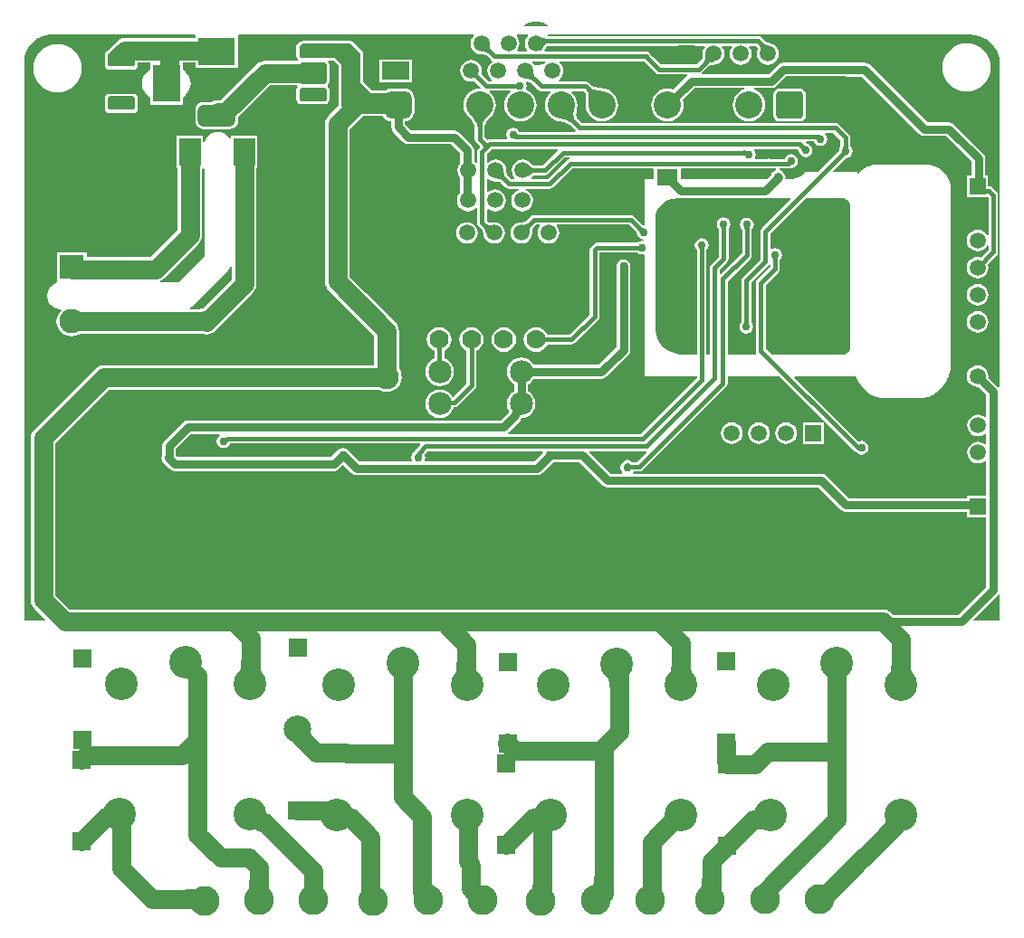
<source format=gbl>
G04*
G04 #@! TF.GenerationSoftware,Altium Limited,Altium Designer,20.2.6 (244)*
G04*
G04 Layer_Physical_Order=2*
G04 Layer_Color=16711680*
%FSTAX25Y25*%
%MOIN*%
G70*
G04*
G04 #@! TF.SameCoordinates,D37F4820-9CCB-4A9C-A827-6EB3CEA44CBB*
G04*
G04*
G04 #@! TF.FilePolarity,Positive*
G04*
G01*
G75*
%ADD18C,0.01500*%
%ADD71C,0.03000*%
%ADD72C,0.07000*%
%ADD75C,0.10000*%
%ADD76O,0.10000X0.06500*%
%ADD77R,0.10000X0.06500*%
%ADD78C,0.05906*%
%ADD79R,0.05906X0.05906*%
%ADD80C,0.09000*%
%ADD81R,0.09000X0.09000*%
%ADD82R,0.07874X0.09843*%
%ADD83C,0.12000*%
%ADD84R,0.07087X0.07087*%
%ADD85C,0.11000*%
%ADD86C,0.09843*%
%ADD87C,0.08500*%
%ADD88R,0.05906X0.05906*%
%ADD89C,0.05984*%
%ADD90R,0.05984X0.05984*%
%ADD91C,0.07000*%
G04:AMPARAMS|DCode=92|XSize=137.8mil|YSize=78.74mil|CornerRadius=19.68mil|HoleSize=0mil|Usage=FLASHONLY|Rotation=0.000|XOffset=0mil|YOffset=0mil|HoleType=Round|Shape=RoundedRectangle|*
%AMROUNDEDRECTD92*
21,1,0.13780,0.03937,0,0,0.0*
21,1,0.09843,0.07874,0,0,0.0*
1,1,0.03937,0.04921,-0.01968*
1,1,0.03937,-0.04921,-0.01968*
1,1,0.03937,-0.04921,0.01968*
1,1,0.03937,0.04921,0.01968*
%
%ADD92ROUNDEDRECTD92*%
%ADD93R,0.13780X0.09843*%
%ADD94R,0.09843X0.13780*%
G04:AMPARAMS|DCode=95|XSize=100mil|YSize=100mil|CornerRadius=25mil|HoleSize=0mil|Usage=FLASHONLY|Rotation=90.000|XOffset=0mil|YOffset=0mil|HoleType=Round|Shape=RoundedRectangle|*
%AMROUNDEDRECTD95*
21,1,0.10000,0.05000,0,0,90.0*
21,1,0.05000,0.10000,0,0,90.0*
1,1,0.05000,0.02500,0.02500*
1,1,0.05000,0.02500,-0.02500*
1,1,0.05000,-0.02500,-0.02500*
1,1,0.05000,-0.02500,0.02500*
%
%ADD95ROUNDEDRECTD95*%
G04:AMPARAMS|DCode=96|XSize=100mil|YSize=100mil|CornerRadius=12.5mil|HoleSize=0mil|Usage=FLASHONLY|Rotation=90.000|XOffset=0mil|YOffset=0mil|HoleType=Round|Shape=RoundedRectangle|*
%AMROUNDEDRECTD96*
21,1,0.10000,0.07500,0,0,90.0*
21,1,0.07500,0.10000,0,0,90.0*
1,1,0.02500,0.03750,0.03750*
1,1,0.02500,0.03750,-0.03750*
1,1,0.02500,-0.03750,-0.03750*
1,1,0.02500,-0.03750,0.03750*
%
%ADD96ROUNDEDRECTD96*%
%ADD97R,0.05984X0.05984*%
%ADD98C,0.03000*%
%ADD99C,0.02756*%
G04:AMPARAMS|DCode=100|XSize=50mil|YSize=100mil|CornerRadius=6.25mil|HoleSize=0mil|Usage=FLASHONLY|Rotation=270.000|XOffset=0mil|YOffset=0mil|HoleType=Round|Shape=RoundedRectangle|*
%AMROUNDEDRECTD100*
21,1,0.05000,0.08750,0,0,270.0*
21,1,0.03750,0.10000,0,0,270.0*
1,1,0.01250,-0.04375,-0.01875*
1,1,0.01250,-0.04375,0.01875*
1,1,0.01250,0.04375,0.01875*
1,1,0.01250,0.04375,-0.01875*
%
%ADD100ROUNDEDRECTD100*%
G04:AMPARAMS|DCode=101|XSize=80mil|YSize=100mil|CornerRadius=10mil|HoleSize=0mil|Usage=FLASHONLY|Rotation=270.000|XOffset=0mil|YOffset=0mil|HoleType=Round|Shape=RoundedRectangle|*
%AMROUNDEDRECTD101*
21,1,0.08000,0.08000,0,0,270.0*
21,1,0.06000,0.10000,0,0,270.0*
1,1,0.02000,-0.04000,-0.03000*
1,1,0.02000,-0.04000,0.03000*
1,1,0.02000,0.04000,0.03000*
1,1,0.02000,0.04000,-0.03000*
%
%ADD101ROUNDEDRECTD101*%
%ADD102R,0.07800X0.06100*%
G36*
X1147034Y0980072D02*
X1147034D01*
X1147709Y0979891D01*
X1148294Y0979734D01*
X1148295Y0979734D01*
X1149022Y0979433D01*
X1149022Y0979433D01*
X1149183Y097934D01*
X1149205Y0979332D01*
X1149456Y0979207D01*
X1149863Y0979029D01*
X1149759Y0978529D01*
X1141613D01*
X1141478Y0979029D01*
X1142178Y0979433D01*
X1142178Y0979433D01*
X1142178Y0979433D01*
X1142906Y0979734D01*
X1142906D01*
X1142906Y0979734D01*
X1143783Y097997D01*
X1144166Y0980072D01*
X1144947Y0980175D01*
X1146253D01*
X1147034Y0980072D01*
D02*
G37*
G36*
X1147336Y0974677D02*
X1148336Y0974241D01*
X1148634Y0974134D01*
X1149178Y0973979D01*
X1149424Y0973931D01*
X1149652Y0973902D01*
X1149863Y0973892D01*
X1150381Y0972392D01*
X1150116Y0972377D01*
X1149864Y0972332D01*
X1149623Y0972256D01*
X1149395Y0972151D01*
X114918Y0972015D01*
X1148977Y097185D01*
X1148786Y0971654D01*
X1148607Y0971428D01*
X1148441Y0971171D01*
X1148288Y0970885D01*
X1146969Y0974861D01*
X1147336Y0974677D01*
D02*
G37*
G36*
X1142694Y0974971D02*
X1142113Y0974213D01*
X1141711Y0973242D01*
X1141573Y09722D01*
X1141711Y0971158D01*
X1142113Y0970187D01*
X1142454Y0969742D01*
X1142207Y0969242D01*
X1138993D01*
X1138746Y0969742D01*
X1139087Y0970187D01*
X1139489Y0971158D01*
X1139627Y09722D01*
X1139489Y0973242D01*
X1139087Y0974213D01*
X1138506Y0974971D01*
X1138582Y0975259D01*
X1138717Y0975471D01*
X1142562D01*
X1142694Y0974971D01*
D02*
G37*
G36*
X1229155Y097242D02*
X1229343Y0972277D01*
X1229557Y0972138D01*
X1229795Y0972003D01*
X1230058Y0971874D01*
X1230659Y0971629D01*
X1230998Y0971513D01*
X1231749Y0971297D01*
X1228119Y0969207D01*
X1228197Y096953D01*
X1228247Y0969839D01*
X1228269Y0970134D01*
X1228263Y0970415D01*
X1228229Y0970682D01*
X1228166Y0970935D01*
X1228076Y0971173D01*
X1227957Y0971398D01*
X122781Y0971608D01*
X1227635Y0971805D01*
X1228992Y0972569D01*
X1229155Y097242D01*
D02*
G37*
G36*
X1128597Y0971804D02*
X1128661Y0971131D01*
X112872Y0970825D01*
X1128797Y0970539D01*
X1128891Y0970274D01*
X1129004Y0970028D01*
X1129134Y0969803D01*
X1129282Y0969598D01*
X1129448Y0969413D01*
X1128387Y0968352D01*
X1128202Y0968518D01*
X1127997Y0968666D01*
X1127772Y0968797D01*
X1127526Y0968909D01*
X1127261Y0969003D01*
X1126975Y096908D01*
X1126669Y0969139D01*
X1126343Y096918D01*
X1125996Y0969203D01*
X112563Y0969208D01*
X1128592Y097217D01*
X1128597Y0971804D01*
D02*
G37*
G36*
X1207854Y0970858D02*
X1207513Y0970413D01*
X1207111Y0969442D01*
X1206973Y09684D01*
X1206997Y0968219D01*
X1206994Y0968197D01*
X1207004Y0967866D01*
X1206997Y0967585D01*
X1206978Y0967378D01*
X1206974Y0967331D01*
X1206938Y0967103D01*
X1206889Y0966901D01*
X1206829Y0966723D01*
X1206761Y0966568D01*
X1206685Y0966434D01*
X120662Y0966343D01*
X1204761Y0964484D01*
X1191639D01*
X1188746Y0967378D01*
X1187763Y096836D01*
X1187562Y0968662D01*
X1187504Y0968719D01*
X1186925Y0969106D01*
X1186242Y0969242D01*
X1148993D01*
X1148746Y0969742D01*
X1149087Y0970187D01*
X114915Y0970339D01*
X1149167Y097038D01*
X1149186Y0970403D01*
X114932Y0970652D01*
X1149437Y0970833D01*
X1149553Y097098D01*
X1149666Y0971096D01*
X1149776Y0971186D01*
X1149883Y0971253D01*
X1149992Y0971303D01*
X1150107Y097134D01*
X1150209Y0971358D01*
X1207607D01*
X1207854Y0970858D01*
D02*
G37*
G36*
X1211112Y096541D02*
X121074Y0965388D01*
X1210059Y0965296D01*
X120975Y0965227D01*
X1209463Y0965142D01*
X1209196Y0965041D01*
X1208951Y0964925D01*
X1208727Y0964792D01*
X1208523Y0964644D01*
X1208341Y096448D01*
X1207229Y0965489D01*
X1207397Y0965677D01*
X1207545Y0965884D01*
X1207673Y096611D01*
X1207781Y0966355D01*
X120787Y0966619D01*
X1207938Y0966903D01*
X1207987Y0967206D01*
X1208015Y0967527D01*
X1208024Y0967868D01*
X1208013Y0968229D01*
X1211112Y096541D01*
D02*
G37*
G36*
X1307351Y0975353D02*
X1308961Y0974966D01*
X1310491Y0974332D01*
X1311903Y0973467D01*
X131313Y0972419D01*
X1313154Y0972383D01*
X1313283Y0972254D01*
X1313319Y097223D01*
X1314367Y0971003D01*
X1315232Y0969591D01*
X1315866Y0968061D01*
X1316253Y0966451D01*
X1316379Y0964843D01*
X1316371Y09648D01*
Y09248D01*
Y0845598D01*
X1315871Y0845447D01*
X1315695Y084571D01*
X1312142Y0849262D01*
X1312187Y08496D01*
X1312051Y0850632D01*
X1311653Y0851593D01*
X1311019Y0852419D01*
X1310193Y0853053D01*
X1309232Y0853451D01*
X13082Y0853587D01*
X1307168Y0853451D01*
X1306207Y0853053D01*
X1305381Y0852419D01*
X1304747Y0851593D01*
X1304349Y0850632D01*
X1304213Y08496D01*
X1304349Y0848568D01*
X1304747Y0847607D01*
X1305381Y0846781D01*
X1306207Y0846147D01*
X1307168Y0845749D01*
X13082Y0845613D01*
X1308538Y0845658D01*
X1311343Y0842852D01*
Y084D01*
Y0834904D01*
X1310843Y0834657D01*
X1310413Y0834987D01*
X1309442Y0835389D01*
X13084Y0835527D01*
X1307358Y0835389D01*
X1306387Y0834987D01*
X1305553Y0834347D01*
X1304913Y0833513D01*
X1304511Y0832542D01*
X1304373Y08315D01*
X1304511Y0830458D01*
X1304913Y0829487D01*
X1305553Y0828653D01*
X1306387Y0828013D01*
X1307358Y0827611D01*
X13084Y0827473D01*
X1309442Y0827611D01*
X1310413Y0828013D01*
X1310843Y0828343D01*
X1311343Y0828096D01*
Y0824904D01*
X1310843Y0824657D01*
X1310413Y0824987D01*
X1309442Y0825389D01*
X13084Y0825527D01*
X1307358Y0825389D01*
X1306387Y0824987D01*
X1305553Y0824347D01*
X1304913Y0823513D01*
X1304511Y0822542D01*
X1304373Y08215D01*
X1304511Y0820458D01*
X1304913Y0819487D01*
X1305553Y0818653D01*
X1306387Y0818013D01*
X1307358Y0817611D01*
X13084Y0817473D01*
X1309442Y0817611D01*
X1310413Y0818013D01*
X1310843Y0818343D01*
X1311343Y0818096D01*
Y0805492D01*
X1304408D01*
Y0804649D01*
X1260756D01*
X1252502Y0812902D01*
X1251675Y0813455D01*
X12507Y0813649D01*
X1244303D01*
X12438Y0813749D01*
X1243297Y0813649D01*
X1181655D01*
X1181413Y0814149D01*
X118159Y0814416D01*
X11836D01*
X1184283Y0814552D01*
X1184862Y0814938D01*
X1215662Y0845738D01*
X1215662Y0845738D01*
X1216049Y0846317D01*
X1216184Y0847D01*
X1216184Y0847D01*
Y08497D01*
X1235177D01*
X1251874Y0833002D01*
X1251617Y0832553D01*
X1251309Y0832553D01*
X1243847D01*
Y0824647D01*
X1251753D01*
Y0832074D01*
X1251753Y0832417D01*
X1252202Y0832674D01*
X1262938Y0821938D01*
X1262938Y0821938D01*
X1263517Y0821552D01*
X1263607Y0821534D01*
X1263698Y0821398D01*
X1264525Y0820845D01*
X12655Y0820651D01*
X1266475Y0820845D01*
X1267302Y0821398D01*
X1267855Y0822225D01*
X1268049Y08232D01*
X1267855Y0824175D01*
X1267302Y0825002D01*
X1266475Y0825555D01*
X12655Y0825749D01*
X1264525Y0825555D01*
X1264431Y0825492D01*
X1240685Y0849238D01*
X1240877Y08497D01*
X1263364D01*
X1263491Y0849365D01*
X1263515Y0849325D01*
X1263527Y084928D01*
X1263762Y0848795D01*
X1263884Y0848501D01*
X1263981Y0848342D01*
X1264027Y0848247D01*
X1264055Y0848209D01*
X1264071Y0848166D01*
X12644Y0847618D01*
D01*
X1264662Y0847181D01*
X1264694Y0847147D01*
X1264713Y0847105D01*
X1264876Y0846883D01*
X1265013Y0846659D01*
X1265195Y0846445D01*
X1265391Y0846178D01*
X1265425Y0846146D01*
X1265448Y0846106D01*
X1265781Y0845727D01*
X1265785Y0845719D01*
X1265823Y0845664D01*
X1265823Y0845664D01*
X1265823Y0845664D01*
X1265846Y0845632D01*
X1265874Y0845598D01*
X1265882Y0845584D01*
X1265882Y0845583D01*
X1265947Y08455D01*
X1265981Y0845462D01*
X1265986Y0845454D01*
X1265988Y0845452D01*
X1266057Y0845375D01*
X1266133Y0845291D01*
X1266134Y0845293D01*
X1266864Y0844564D01*
X1266856Y0844557D01*
X12669Y0844518D01*
X1267221Y0844218D01*
D01*
X1267221Y0844218D01*
X1267643Y0843809D01*
X1267726Y0843756D01*
X1267796Y0843688D01*
X126932Y0842697D01*
X1269411Y0842661D01*
X1269493Y0842607D01*
X1271178Y0841926D01*
X1271275Y0841907D01*
X1271366Y084187D01*
X1272511Y0841647D01*
X1272616Y0841622D01*
X1272658Y0841619D01*
X1273149Y0841523D01*
X1273248Y0841523D01*
X1273344Y0841504D01*
X1274111D01*
X1274253Y0841493D01*
Y0841503D01*
X12861D01*
X1286109Y0841504D01*
X1286123D01*
X1286139Y0841507D01*
X1286154Y0841505D01*
X1286201Y0841506D01*
X1286216Y0841509D01*
X1286231Y0841507D01*
X1286278Y084151D01*
X1286292Y0841514D01*
X1286297Y0841514D01*
X1286308Y0841512D01*
X1286314Y0841513D01*
X1286729Y0841492D01*
X1286737Y0841494D01*
X1286747Y0841493D01*
X1286804Y0841497D01*
X1286836Y0841493D01*
X1287818Y0841547D01*
X128787Y0841561D01*
X1287924Y0841559D01*
X1288247Y0841611D01*
X1288384Y0841622D01*
X1288526Y0841656D01*
X1288895Y0841716D01*
X1288946Y0841734D01*
X1288999Y0841738D01*
X1289949Y0841995D01*
X1289961Y0842D01*
X1289979Y0842005D01*
X1290023Y0842023D01*
X129005Y0842028D01*
X1290968Y0842382D01*
X1291014Y0842411D01*
X1291065Y0842425D01*
X1291367Y084258D01*
X1291496Y0842633D01*
X1291619Y0842708D01*
X1291942Y0842873D01*
X1291984Y0842907D01*
X1292033Y0842927D01*
X1292858Y0843463D01*
X1292871Y0843476D01*
X1292895Y0843491D01*
X1292924Y0843515D01*
X1292944Y0843526D01*
X1293709Y0844145D01*
X1293743Y0844187D01*
X1293788Y0844217D01*
X1294035Y0844464D01*
X1294143Y0844557D01*
X1294143Y0844557D01*
X1294351Y0844749D01*
X1294351Y0844749D01*
X1294531Y0844959D01*
D01*
X1294767Y0845196D01*
X1294794Y0845237D01*
X1294832Y0845267D01*
X1295609Y0846208D01*
X129563Y0846247D01*
X1295642Y0846261D01*
X1295667Y0846286D01*
X1295683Y0846309D01*
X1295766Y0846406D01*
X1295929Y0846671D01*
X1296352Y0847296D01*
X1296371Y0847341D01*
X1296402Y0847379D01*
X1296533Y0847618D01*
X1296737Y0847991D01*
X1296904Y0848263D01*
X129696Y0848399D01*
X1296988Y084845D01*
X1297003Y0848496D01*
X1297031Y0848537D01*
X1297512Y0849658D01*
X1297521Y08497D01*
X1297522Y0849706D01*
X1297546Y0849749D01*
X1297637Y0850033D01*
X1297738Y0850276D01*
X1297805Y0850557D01*
X1297919Y0850911D01*
X1297925Y0850959D01*
X1297944Y0851004D01*
X1298205Y0852197D01*
X1298206Y0852225D01*
X1298247Y0852395D01*
X129827Y0852691D01*
X1298368Y0853504D01*
X1298365Y0853552D01*
X1298376Y08536D01*
X1298387Y0854056D01*
X1298405Y0854121D01*
X1298409Y0854128D01*
X1298409Y0854134D01*
X1298418Y0854166D01*
X1298422Y0854213D01*
X129844Y0854257D01*
X1298466Y0854399D01*
X1298465Y0854446D01*
X1298479Y0854491D01*
X1298492Y0854635D01*
X1298487Y0854682D01*
X1298496Y0854728D01*
Y0854791D01*
X1298497Y08548D01*
Y091803D01*
X1298522D01*
X1298496Y0918295D01*
Y0918892D01*
X1298476Y091899D01*
Y091909D01*
X129836Y0919676D01*
X1298334Y091994D01*
X1298257Y0920195D01*
X129814Y092078D01*
X1298102Y0920873D01*
X1298082Y0920971D01*
X1297854Y0921523D01*
X1297777Y0921777D01*
X1297651Y0922012D01*
X1297423Y0922563D01*
X1297367Y0922647D01*
X1297329Y092274D01*
X1296997Y0923236D01*
X1296872Y092347D01*
X1296703Y0923676D01*
X1296371Y0924172D01*
X1296301Y0924243D01*
X1296245Y0924326D01*
X1295823Y0924748D01*
X129578Y09248D01*
X1295654Y0924954D01*
X1295652Y0924952D01*
X1295472Y0925099D01*
X1295074Y0925497D01*
X1294991Y0925553D01*
X1294919Y0925624D01*
X1294506Y09259D01*
X1294451Y0925937D01*
X1294272Y0926084D01*
X1294067Y0926194D01*
X1293599Y0926506D01*
X1293506Y0926545D01*
X1293423Y0926601D01*
X1292902Y0926816D01*
X1292698Y0926925D01*
D01*
X1292475Y0926993D01*
X1291955Y0927208D01*
X1291857Y0927228D01*
X1291764Y0927266D01*
X1291212Y0927376D01*
X1290989Y0927444D01*
X1290758Y0927466D01*
X1290206Y0927576D01*
X1290106D01*
X1290007Y0927596D01*
X1289444D01*
X1289213Y0927619D01*
Y0927597D01*
X1271246D01*
Y0927617D01*
X1271043Y0927597D01*
X1270487D01*
X1270478Y0927596D01*
X1270409D01*
X1270359Y0927586D01*
X1270308Y0927591D01*
X1270153Y0927575D01*
X1270104Y0927561D01*
X1270053Y0927561D01*
X12699Y092753D01*
X1269865Y0927515D01*
X1269815Y0927509D01*
X1269808Y0927506D01*
X1269802Y0927505D01*
X1269656Y092746D01*
X1269536Y0927449D01*
X1269375Y09274D01*
X1269121Y0927354D01*
X1269048Y0927326D01*
X1268971Y0927315D01*
X1267994Y0926981D01*
X1267892Y092695D01*
D01*
X1267872Y0926939D01*
X1267859Y0926935D01*
X1267807Y0926904D01*
X1267789Y0926895D01*
X1267717Y0926874D01*
X1266676Y0926329D01*
X1266615Y092628D01*
X1266544Y0926247D01*
X1266455Y0926182D01*
X1266377Y092614D01*
X1266198Y0925993D01*
X1265695Y0925624D01*
X1265597Y0925552D01*
X1265545Y0925494D01*
X126548Y0925451D01*
X1265216Y0925187D01*
X1265049Y0925051D01*
D01*
D01*
X1265049Y0925051D01*
X1264828Y0924765D01*
X1264753Y0924661D01*
X1264736Y0924622D01*
X1264707Y0924591D01*
X1264655Y0924504D01*
X1264651Y0924498D01*
X1264651Y0924498D01*
X12644Y0924232D01*
X12639Y092443D01*
Y09248D01*
X1255077D01*
X1254885Y0925262D01*
X1259595Y0929972D01*
X12597Y0929951D01*
X1260675Y0930145D01*
X1261502Y0930698D01*
X1262055Y0931525D01*
X1262249Y09325D01*
X1262055Y0933475D01*
X1261502Y0934302D01*
X1261405Y0934368D01*
X12614Y0934388D01*
X1261391Y0934437D01*
X1261384Y093451D01*
Y09374D01*
X1261248Y0938083D01*
X1260862Y0938662D01*
X1257162Y0942362D01*
X1256583Y0942749D01*
X12559Y0942884D01*
X1162539D01*
X1160941Y0944483D01*
X1160893Y0944538D01*
X1160769Y0944739D01*
X1160664Y0944982D01*
X116058Y0945275D01*
X1160522Y0945622D01*
X1160496Y0946025D01*
X1160504Y0946483D01*
X116055Y0946994D01*
X1160636Y0947557D01*
X1160768Y0948193D01*
X1160768Y0948209D01*
X1160813Y0948357D01*
X1160929Y0949533D01*
X1160813Y0950709D01*
X116047Y095184D01*
X1159913Y0952883D01*
X1159163Y0953796D01*
X1158774Y0954116D01*
X1158953Y0954616D01*
X1163361D01*
X1163618Y0954359D01*
X1163662Y0954308D01*
X1163787Y0954105D01*
X11639Y0953853D01*
X1163994Y0953545D01*
X1164066Y0953179D01*
X116411Y0952754D01*
X1164123Y0952287D01*
X1164047Y0951131D01*
X1163989Y0950716D01*
X1163987Y0950709D01*
X1163984Y0950685D01*
X1163955Y0950479D01*
X1163959Y0950423D01*
X1163871Y0949533D01*
X1163987Y0948357D01*
X116433Y0947226D01*
X1164887Y0946183D01*
X1165637Y094527D01*
X116655Y094452D01*
X1167593Y0943963D01*
X1168724Y094362D01*
X11699Y0943504D01*
X1171076Y094362D01*
X1172207Y0943963D01*
X117325Y094452D01*
X1174163Y094527D01*
X1174913Y0946183D01*
X117547Y0947226D01*
X1175813Y0948357D01*
X1175929Y0949533D01*
X1175813Y0950709D01*
X117547Y095184D01*
X1174913Y0952883D01*
X1174163Y0953796D01*
X117325Y0954546D01*
X1172207Y0955103D01*
X1171076Y0955446D01*
X1170817Y0955472D01*
X1170771Y0955489D01*
X116927Y0955737D01*
X1168649Y0955867D01*
X116756Y0956154D01*
X1167142Y0956297D01*
X1166788Y0956444D01*
X1166511Y0956584D01*
X1166315Y0956711D01*
X1166301Y0956722D01*
X1165362Y0957662D01*
X1164783Y0958049D01*
X11641Y0958184D01*
X1153982D01*
X1153845Y0958522D01*
X1153842Y0958684D01*
X1154619Y0959281D01*
X1155253Y0960107D01*
X1155651Y0961068D01*
X1155787Y09621D01*
X1155651Y0963132D01*
X1155253Y0964093D01*
X1154619Y0964919D01*
X1154288Y0965174D01*
X1154457Y0965674D01*
X1185403D01*
X1189638Y0961438D01*
X1189638Y0961438D01*
X1190217Y0961051D01*
X11909Y0960916D01*
X1201383D01*
X1201534Y0960416D01*
X1201066Y0960102D01*
X1196146Y0955183D01*
X1195277Y0955446D01*
X1194101Y0955562D01*
X1192925Y0955446D01*
X1191794Y0955103D01*
X1190751Y0954546D01*
X1189838Y0953796D01*
X1189088Y0952883D01*
X1188531Y095184D01*
X1188188Y0950709D01*
X1188072Y0949533D01*
X1188188Y0948357D01*
X1188531Y0947226D01*
X1189088Y0946183D01*
X1189838Y094527D01*
X1190751Y094452D01*
X1191794Y0943963D01*
X1192925Y094362D01*
X1194101Y0943504D01*
X1195277Y094362D01*
X1196408Y0943963D01*
X1197451Y094452D01*
X1198364Y094527D01*
X1199114Y0946183D01*
X1199671Y0947226D01*
X1200014Y0948357D01*
X120013Y0949533D01*
X1200014Y0950709D01*
X1199751Y0951578D01*
X1203924Y0955751D01*
X1222207D01*
X1222281Y0955251D01*
X1221794Y0955103D01*
X1220751Y0954546D01*
X1219838Y0953796D01*
X1219088Y0952883D01*
X1218531Y095184D01*
X1218188Y0950709D01*
X1218072Y0949533D01*
X1218188Y0948357D01*
X1218531Y0947226D01*
X1219088Y0946183D01*
X1219838Y094527D01*
X1220751Y094452D01*
X1221794Y0943963D01*
X1222925Y094362D01*
X1224101Y0943504D01*
X1225277Y094362D01*
X1226408Y0943963D01*
X122745Y094452D01*
X1228364Y094527D01*
X1229114Y0946183D01*
X1229671Y0947226D01*
X1230014Y0948357D01*
X123013Y0949533D01*
X1230014Y0950709D01*
X1229671Y095184D01*
X1229114Y0952883D01*
X1228364Y0953796D01*
X122745Y0954546D01*
X1226408Y0955103D01*
X1225921Y0955251D01*
X1225995Y0955751D01*
X1232257D01*
X1233232Y0955945D01*
X1234059Y0956498D01*
X1237713Y0960151D01*
X1259597D01*
X12601Y0960051D01*
X1265644D01*
X1286798Y0938898D01*
X1287625Y0938345D01*
X12886Y0938151D01*
X1296544D01*
X1305951Y0928744D01*
Y09248D01*
Y0923553D01*
X1304247D01*
Y0915647D01*
X1312129D01*
X1312216Y0915561D01*
Y0901541D01*
X1311716Y0901441D01*
X1311653Y0901593D01*
X1311019Y0902419D01*
X1310193Y0903053D01*
X1309232Y0903451D01*
X13082Y0903587D01*
X1307168Y0903451D01*
X1306207Y0903053D01*
X1305381Y0902419D01*
X1304747Y0901593D01*
X1304349Y0900632D01*
X1304213Y08996D01*
X1304349Y0898568D01*
X1304747Y0897607D01*
X1305381Y0896781D01*
X1306207Y0896147D01*
X1307168Y0895749D01*
X13082Y0895613D01*
X1309232Y0895749D01*
X1310193Y0896147D01*
X1311019Y0896781D01*
X1311653Y0897607D01*
X1311716Y0897759D01*
X1312216Y0897659D01*
Y0896139D01*
X1309441Y0893364D01*
X1309232Y0893451D01*
X13082Y0893587D01*
X1307168Y0893451D01*
X1306207Y0893053D01*
X1305381Y0892419D01*
X1304747Y0891593D01*
X1304349Y0890632D01*
X1304213Y08896D01*
X1304349Y0888568D01*
X1304747Y0887607D01*
X1305381Y0886781D01*
X1306207Y0886147D01*
X1307168Y0885749D01*
X13082Y0885613D01*
X1309232Y0885749D01*
X1310193Y0886147D01*
X1311019Y0886781D01*
X1311653Y0887607D01*
X1312051Y0888568D01*
X1312187Y08896D01*
X1312051Y0890632D01*
X1311964Y0890841D01*
X1315262Y0894138D01*
X1315648Y0894717D01*
X1315784Y08954D01*
X1315784Y08954D01*
Y09163D01*
X1315784Y09163D01*
X1315648Y0916983D01*
X1315262Y0917562D01*
X1313755Y0919068D01*
X1313177Y0919455D01*
X1312494Y091959D01*
X1312153D01*
Y0923553D01*
X1311049D01*
Y09248D01*
Y09298D01*
X1310855Y0930775D01*
X1310302Y0931602D01*
X1308456Y0933449D01*
D01*
X1299402Y0942502D01*
X1298575Y0943055D01*
X12976Y0943249D01*
X1289656D01*
X1268502Y0964402D01*
X1267675Y0964955D01*
X12667Y0965149D01*
X1260603D01*
X12601Y0965249D01*
X1236657D01*
X1235681Y0965055D01*
X1234854Y0964502D01*
X1231201Y0960849D01*
X120678D01*
X1206628Y0961349D01*
X1206762Y0961438D01*
X1209197Y0963873D01*
X1209287Y0963939D01*
X1209429Y0964023D01*
X1209596Y0964102D01*
X1209788Y0964175D01*
X1210007Y096424D01*
X1210239Y0964292D01*
X1210838Y0964372D01*
X1210956Y0964379D01*
X1211Y0964373D01*
X1211118Y0964389D01*
X1211172Y0964392D01*
X1211202Y09644D01*
X1212042Y0964511D01*
X1213013Y0964913D01*
X1213847Y0965553D01*
X1214487Y0966387D01*
X1214889Y0967358D01*
X1215027Y09684D01*
X1214889Y0969442D01*
X1214487Y0970413D01*
X1214146Y0970858D01*
X1214393Y0971358D01*
X1217607D01*
X1217854Y0970858D01*
X1217513Y0970413D01*
X1217111Y0969442D01*
X1216973Y09684D01*
X1217111Y0967358D01*
X1217513Y0966387D01*
X1218153Y0965553D01*
X1218987Y0964913D01*
X1219958Y0964511D01*
X1221Y0964373D01*
X1222042Y0964511D01*
X1223013Y0964913D01*
X1223606Y0965368D01*
D01*
X1223847Y0965553D01*
X1224487Y0966387D01*
X1224889Y0967358D01*
X1225027Y09684D01*
X1224889Y0969442D01*
X1224487Y0970413D01*
X1224146Y0970858D01*
X1224393Y0971358D01*
X1226619D01*
X1227024Y0970952D01*
X1227085Y0970866D01*
X1227145Y0970752D01*
X1227191Y097063D01*
X1227225Y0970494D01*
X1227245Y0970339D01*
X1227249Y0970161D01*
X1227234Y0969959D01*
X1227197Y0969732D01*
X1227149Y0969535D01*
X1227111Y0969442D01*
X1226973Y09684D01*
X1227111Y0967358D01*
X1227513Y0966387D01*
X1228153Y0965553D01*
X1228987Y0964913D01*
X1229958Y0964511D01*
X1231Y0964373D01*
X1232042Y0964511D01*
X1233013Y0964913D01*
X1233847Y0965553D01*
X1234487Y0966387D01*
X1234889Y0967358D01*
X1235027Y09684D01*
X1234889Y0969442D01*
X1234487Y0970413D01*
X1233847Y0971247D01*
X1233013Y0971887D01*
X1232042Y0972289D01*
X1231941Y0972303D01*
X1231304Y0972486D01*
X1231017Y0972584D01*
X1230476Y0972805D01*
X1230271Y0972906D01*
X1230086Y097301D01*
X1229932Y097311D01*
X1229853Y097317D01*
X1228619Y0974404D01*
X1228041Y0974791D01*
X1227358Y0974926D01*
X1149915D01*
X1149868Y0974971D01*
X1150064Y0975471D01*
X13057D01*
X1305743Y0975479D01*
X1307351Y0975353D01*
D02*
G37*
G36*
X1149126Y0965174D02*
X1149022Y0964967D01*
X1148295Y0964666D01*
X1148294D01*
X1148294Y0964666D01*
X1147417Y0964431D01*
X1147034Y0964328D01*
X1146253Y0964225D01*
X1145152D01*
X1144619Y0964919D01*
X1144287Y0965174D01*
X1144457Y0965674D01*
X1148852D01*
X1149126Y0965174D01*
D02*
G37*
G36*
X1122694Y0974971D02*
X1122113Y0974213D01*
X1121711Y0973242D01*
X1121573Y09722D01*
X1121711Y0971158D01*
X1122113Y0970187D01*
X1122753Y0969353D01*
X1123587Y0968713D01*
X1124558Y0968311D01*
X11256Y0968173D01*
X1125705Y0968187D01*
X1125955Y0968184D01*
X1126245Y0968165D01*
X1126509Y0968131D01*
X1126746Y0968086D01*
X1126957Y0968029D01*
X1127142Y0967963D01*
X1127303Y096789D01*
X1127442Y0967809D01*
X1127533Y0967744D01*
X112908Y0966196D01*
X112908Y0966196D01*
X1129478Y0965931D01*
X1129548Y0965407D01*
X112953Y096534D01*
X1128981Y0964919D01*
X1128347Y0964093D01*
X1127949Y0963132D01*
X1127813Y09621D01*
X1127949Y0961068D01*
X1128347Y0960107D01*
X1128981Y0959281D01*
X1129498Y0958884D01*
X1129328Y0958384D01*
X1128039D01*
X1125564Y0960859D01*
X1125651Y0961068D01*
X1125787Y09621D01*
X1125651Y0963132D01*
X1125253Y0964093D01*
X1124619Y0964919D01*
X1123793Y0965553D01*
X1122832Y0965951D01*
X11218Y0966087D01*
X1120768Y0965951D01*
X1119807Y0965553D01*
X1118981Y0964919D01*
X1118347Y0964093D01*
X1117949Y0963132D01*
X1117813Y09621D01*
X1117949Y0961068D01*
X1118347Y0960107D01*
X1118981Y0959281D01*
X1119807Y0958647D01*
X1120768Y0958249D01*
X11218Y0958113D01*
X1122832Y0958249D01*
X1123041Y0958336D01*
X112539Y0955987D01*
X1125176Y0955535D01*
X11249Y0955562D01*
X1123724Y0955446D01*
X1122593Y0955103D01*
X112155Y0954546D01*
X1120637Y0953796D01*
X1119887Y0952883D01*
X111933Y095184D01*
X1118987Y0950709D01*
X1118871Y0949533D01*
X1118987Y0948357D01*
X111933Y0947226D01*
X1119887Y0946183D01*
X1120637Y094527D01*
X1120711Y0945209D01*
X1121177Y0944737D01*
X1122014Y0943789D01*
X1122332Y0943373D01*
X1122598Y094298D01*
X1122807Y094262D01*
X1122959Y0942298D01*
X1123059Y0942017D01*
X1123112Y0941782D01*
X1123116Y0941734D01*
Y0937D01*
X1123252Y0936317D01*
X1123638Y0935738D01*
X1125003Y0934374D01*
Y0933826D01*
X1124538Y0933362D01*
X1124152Y0932783D01*
X1124016Y09321D01*
Y0928533D01*
X1123516Y0928348D01*
X1122849Y092886D01*
Y09329D01*
X1122655Y0933875D01*
X1122102Y0934702D01*
X1117302Y0939502D01*
X1116475Y0940055D01*
X11155Y0940249D01*
X1099656D01*
X1097449Y0942456D01*
Y0943509D01*
X1098314Y0943623D01*
X1099165Y0943976D01*
X1099896Y0944537D01*
X1100457Y0945268D01*
X110081Y0946119D01*
X110093Y0947033D01*
Y0952033D01*
X110081Y0952947D01*
X1100457Y0953798D01*
X1099896Y0954529D01*
X1099165Y095509D01*
X1098314Y0955443D01*
X10974Y0955563D01*
X10924D01*
X1091486Y0955443D01*
X1090635Y095509D01*
X1090543Y095502D01*
X1085222D01*
X108202Y0958222D01*
Y09687D01*
X1081942Y096909D01*
X1081721Y0969421D01*
X1078121Y0973021D01*
X107779Y0973242D01*
X10774Y097332D01*
X10599D01*
X105951Y0973242D01*
X1059179Y0973021D01*
X1058956Y0972798D01*
X1058491Y0972706D01*
X1057953Y0972347D01*
X1057594Y0971809D01*
X1057468Y0971175D01*
Y0967425D01*
X1057594Y0966791D01*
X1057896Y0966339D01*
X10578Y0966024D01*
X1057675Y0965839D01*
X10459D01*
X1044725Y0965684D01*
X1043631Y0965231D01*
X1042691Y0964509D01*
X1029509Y0951328D01*
X1028781D01*
X10287Y0951339D01*
X1027525Y0951184D01*
X1026431Y0950731D01*
X1026313Y0950641D01*
X1023179D01*
X1022404Y0950539D01*
X1021682Y0950239D01*
X1021062Y0949764D01*
X1020586Y0949144D01*
X1020287Y0948421D01*
X1020185Y0947647D01*
Y0943709D01*
X1020287Y0942935D01*
X1020586Y0942212D01*
X1021062Y0941592D01*
X1021682Y0941117D01*
X1022404Y0940817D01*
X1023179Y0940715D01*
X1033021D01*
X1033796Y0940817D01*
X1034518Y0941117D01*
X1035138Y0941592D01*
X1035614Y0942212D01*
X1035913Y0942935D01*
X1036015Y0943709D01*
Y0944996D01*
X104778Y0956761D01*
X1057675D01*
X10578Y0956575D01*
X1057896Y0956261D01*
X1057594Y0955809D01*
X1057468Y0955175D01*
Y0951425D01*
X1057594Y0950791D01*
X1057953Y0950253D01*
X1058491Y0949894D01*
X1059125Y0949768D01*
X1067875D01*
X1068509Y0949894D01*
X1069047Y0950253D01*
X1069406Y0950791D01*
X1069532Y0951425D01*
Y0955175D01*
X1069406Y0955809D01*
X1069056Y0956333D01*
X1068942Y0956537D01*
Y0956858D01*
X1069384Y095752D01*
X1069539Y09583D01*
Y09643D01*
X1069384Y096508D01*
X1069117Y096548D01*
X1069384Y096598D01*
X1071378D01*
X107308Y0964278D01*
Y0949399D01*
X1069291Y0945609D01*
X1068569Y0944669D01*
X1068116Y0943575D01*
X1067961Y09424D01*
Y08844D01*
X1068116Y0883225D01*
X1068569Y0882131D01*
X1068643Y0882034D01*
X1068948Y0881638D01*
X1069291Y0881191D01*
X1086161Y086432D01*
Y0853639D01*
X09865D01*
X0985325Y0853484D01*
X0984231Y0853031D01*
X0983291Y0852309D01*
X0960991Y0830009D01*
X0960269Y0829069D01*
X0959816Y0827975D01*
X0959661Y08268D01*
Y07671D01*
X0959816Y0765925D01*
X0960269Y0764831D01*
X0960991Y0763891D01*
X0964919Y0759962D01*
X0964728Y07595D01*
X0957329D01*
Y0965492D01*
X0957311Y0965586D01*
X0957495Y0967463D01*
X0958071Y0969359D01*
X0959005Y0971107D01*
X095995Y0972259D01*
X0960281Y0972618D01*
X0960281D01*
X0960607Y0972984D01*
X0961662Y097385D01*
X0963299Y0974724D01*
X0965075Y0975263D01*
X0966898Y0975443D01*
X0966922Y097542D01*
Y097542D01*
X0967176Y0975471D01*
X1019814D01*
X102021Y0975221D01*
X102021Y0974971D01*
Y0974239D01*
X09944D01*
X0993225Y0974084D01*
X0992131Y0973631D01*
X0991191Y0972909D01*
X0988891Y0970609D01*
X0988169Y0969669D01*
X0988111Y096953D01*
X0987991Y0969506D01*
X0987453Y0969147D01*
X0987094Y0968609D01*
X0986968Y0967975D01*
Y0964225D01*
X0987094Y0963591D01*
X0987453Y0963053D01*
X0987991Y0962694D01*
X0988625Y0962568D01*
X0997375D01*
X0998009Y0962694D01*
X0998547Y0963053D01*
X0998906Y0963591D01*
X0999032Y0964225D01*
Y0965161D01*
X1003675D01*
Y0962616D01*
X1003338Y0962436D01*
X1002436Y0961696D01*
X1001696Y0960795D01*
X1001146Y0959766D01*
X1000808Y095865D01*
X1000693Y0957489D01*
X1000808Y0956328D01*
X1001146Y0955212D01*
X1001696Y0954183D01*
X1002436Y0953282D01*
X1003338Y0952542D01*
X1003675Y0952362D01*
Y0949599D01*
X1015517D01*
Y0952362D01*
X1015854Y0952542D01*
X1016756Y0953282D01*
X1017496Y0954183D01*
X1018046Y0955212D01*
X1018384Y0956328D01*
X1018499Y0957489D01*
X1018384Y095865D01*
X1018046Y0959766D01*
X1017496Y0960795D01*
X1016756Y0961696D01*
X1015854Y0962436D01*
X1015517Y0962616D01*
Y0965161D01*
X102021D01*
Y0963379D01*
X103599D01*
Y0974971D01*
X103599Y0975221D01*
X1036386Y0975471D01*
X1122562D01*
X1122694Y0974971D01*
D02*
G37*
G36*
X1144758Y0961711D02*
X1144781Y0961372D01*
X1144821Y0961052D01*
X114488Y0960751D01*
X1144956Y096047D01*
X114505Y0960209D01*
X1145161Y0959967D01*
X1145291Y0959744D01*
X1145438Y0959542D01*
X1145603Y0959358D01*
X1144542Y0958298D01*
X1144358Y0958462D01*
X1144156Y0958609D01*
X1143933Y0958739D01*
X1143691Y095885D01*
X114343Y0958944D01*
X1143149Y095902D01*
X1142848Y0959079D01*
X1142528Y0959119D01*
X1142189Y0959142D01*
X1141829Y0959147D01*
X1144753Y096207D01*
X1144758Y0961711D01*
D02*
G37*
G36*
X1165706Y095589D02*
X1166003Y0955699D01*
X1166362Y0955517D01*
X1166782Y0955343D01*
X1167265Y0955178D01*
X1168415Y0954874D01*
X1169083Y0954735D01*
X1170605Y0954483D01*
X1164965Y0950337D01*
X1165062Y0951026D01*
X1165144Y0952268D01*
X1165128Y0952822D01*
X1165075Y095333D01*
X1164985Y0953793D01*
X1164856Y0954211D01*
X116469Y0954583D01*
X1164487Y0954911D01*
X1164246Y0955193D01*
X1165471Y095609D01*
X1165706Y095589D01*
D02*
G37*
G36*
X1081Y09687D02*
Y09578D01*
X10848Y0954D01*
X10934D01*
X10976Y09467D01*
X10767D01*
X10741Y09493D01*
Y09647D01*
X10718Y0967D01*
X10604D01*
X1059Y09684D01*
Y09714D01*
X10599Y09723D01*
X10774D01*
X1081Y09687D01*
D02*
G37*
G36*
X114243Y0958104D02*
X1142686Y0958071D01*
X1142918Y0958027D01*
X1143124Y0957971D01*
X1143305Y0957906D01*
X1143462Y0957833D01*
X1143599Y0957754D01*
X1143687Y095769D01*
X1146238Y0955138D01*
X1146238Y0955138D01*
X1146817Y0954751D01*
X11475Y0954616D01*
X11475Y0954616D01*
X1150847D01*
X1151026Y0954116D01*
X1150637Y0953796D01*
X1149887Y0952883D01*
X114933Y095184D01*
X1148987Y0950709D01*
X1148871Y0949533D01*
X1148987Y0948357D01*
X114933Y0947226D01*
X1149887Y0946183D01*
X1150637Y094527D01*
X115155Y094452D01*
X1152593Y0943963D01*
X1153724Y094362D01*
X1153794Y0943613D01*
X1154443Y094347D01*
X1155827Y094312D01*
X1156934Y0942776D01*
X1157363Y0942614D01*
X1157722Y0942456D01*
X1157999Y0942311D01*
X1158187Y0942189D01*
X1160192Y0940184D01*
X1159985Y0939684D01*
X1139482D01*
X1139002Y0940402D01*
X1138175Y0940955D01*
X11372Y0941149D01*
X1136225Y0940955D01*
X1135398Y0940402D01*
X1134845Y0939575D01*
X1134651Y09386D01*
X1134845Y0937625D01*
X1135045Y0937325D01*
X1134809Y0936884D01*
X11288D01*
X1128117Y0936749D01*
X1127872Y0936585D01*
X1127776Y0936656D01*
X1127717Y0936706D01*
X1126684Y0937739D01*
Y0941734D01*
X1126688Y0941782D01*
X1126741Y0942017D01*
X1126841Y0942298D01*
X1126993Y094262D01*
X1127202Y094298D01*
X1127468Y0943373D01*
X1127786Y0943789D01*
X1128623Y0944737D01*
X1129089Y0945209D01*
X1129163Y094527D01*
X1129913Y0946183D01*
X113047Y0947226D01*
X1130813Y0948357D01*
X1130929Y0949533D01*
X1130813Y0950709D01*
X113047Y095184D01*
X1129913Y0952883D01*
X1129163Y0953796D01*
X112853Y0954316D01*
X1128709Y0954816D01*
X1136091D01*
X113627Y0954316D01*
X1135637Y0953796D01*
X1134887Y0952883D01*
X113433Y095184D01*
X1133987Y0950709D01*
X1133871Y0949533D01*
X1133987Y0948357D01*
X113433Y0947226D01*
X1134887Y0946183D01*
X1135637Y094527D01*
X113655Y094452D01*
X1137593Y0943963D01*
X1138724Y094362D01*
X11399Y0943504D01*
X1141076Y094362D01*
X1142207Y0943963D01*
X114325Y094452D01*
X1144163Y094527D01*
X1144913Y0946183D01*
X114547Y0947226D01*
X1145813Y0948357D01*
X1145929Y0949533D01*
X1145813Y0950709D01*
X114547Y095184D01*
X1144913Y0952883D01*
X1144163Y0953796D01*
X114325Y0954546D01*
X1142355Y0955024D01*
X1142122Y0955576D01*
X1142155Y0955625D01*
X1142349Y09566D01*
X1142155Y0957575D01*
X1142123Y0957623D01*
X1142123Y0957624D01*
X1142402Y0958106D01*
X114243Y0958104D01*
D02*
G37*
G36*
X1159632Y0947738D02*
X1159538Y0947117D01*
X1159485Y0946538D01*
X1159476Y0946001D01*
X1159509Y0945505D01*
X1159584Y094505D01*
X1159702Y0944637D01*
X1159863Y0944266D01*
X1160067Y0943936D01*
X1160313Y0943648D01*
X1159014Y0942826D01*
X1158796Y094301D01*
X1158513Y0943193D01*
X1158163Y0943376D01*
X1157748Y0943558D01*
X1157266Y094374D01*
X1156104Y0944102D01*
X1154677Y0944462D01*
X1153865Y0944641D01*
X115977Y09484D01*
X1159632Y0947738D01*
D02*
G37*
G36*
X1127878Y0945433D02*
X1126997Y0944437D01*
X112664Y0943969D01*
X1126338Y0943521D01*
X112609Y0943094D01*
X1125898Y0942688D01*
X112576Y0942301D01*
X1125677Y0941935D01*
X112565Y094159D01*
X112415D01*
X1124123Y0941935D01*
X112404Y0942301D01*
X1123903Y0942688D01*
X112371Y0943094D01*
X1123462Y0943521D01*
X112316Y0943969D01*
X1122803Y0944437D01*
X1121922Y0945433D01*
X11214Y0945962D01*
X11284D01*
X1127878Y0945433D01*
D02*
G37*
G36*
X1138667Y0938957D02*
X1138712Y0938892D01*
X1138771Y0938836D01*
X1138846Y0938786D01*
X1138934Y0938745D01*
X1139038Y0938711D01*
X1139156Y0938684D01*
X1139289Y0938665D01*
X1139437Y0938654D01*
X1139599Y093865D01*
X1139427Y093715D01*
X1137701Y0937186D01*
X1138637Y0939029D01*
X1138667Y0938957D01*
D02*
G37*
G36*
X1249939Y093845D02*
X1248804Y0936805D01*
X1248787Y093687D01*
X1248754Y0936929D01*
X1248704Y0936981D01*
X1248638Y0937026D01*
X1248556Y0937064D01*
X1248458Y0937095D01*
X1248343Y0937119D01*
X1248212Y0937136D01*
X1248064Y0937147D01*
X12479Y093715D01*
X1248198Y093865D01*
X1249939Y093845D01*
D02*
G37*
G36*
X1257816Y0936661D02*
Y0934349D01*
X1257812Y0934294D01*
X1257802Y0934228D01*
X125779Y093417D01*
X125778Y0934132D01*
X1257778Y0934128D01*
X1257777Y0934125D01*
X1257768Y0934109D01*
X1257345Y0933475D01*
X125717Y0932593D01*
X1249377Y09248D01*
X1244627D01*
X1244623Y0924794D01*
X124444Y0924522D01*
X1244194Y0924306D01*
X1243978Y0924059D01*
X1243705Y0923877D01*
X1243459Y0923661D01*
X1242963Y092333D01*
X1242669Y0923185D01*
X1242397Y0923003D01*
X1242086Y0922898D01*
X1241792Y0922753D01*
X1241471Y0922689D01*
X1241161Y0922583D01*
X1240575Y0922467D01*
X1240506Y0922462D01*
X12405Y0922459D01*
X12405Y0922459D01*
X12405Y0922459D01*
X1240178Y0922395D01*
X1239868Y092229D01*
X1239575Y0922232D01*
X1239248Y092221D01*
X1238927Y0922146D01*
X1238763Y0922157D01*
X12386Y0922136D01*
X1237791D01*
X1237474Y0922522D01*
X1237549Y09229D01*
X1237355Y0923876D01*
X1236802Y0924702D01*
X1236705Y09248D01*
X1236502Y0925002D01*
X1235675Y0925555D01*
X123537Y0925616D01*
X1235419Y0926116D01*
X12386D01*
X1239283Y0926252D01*
X1239399Y0926329D01*
X123947Y0926377D01*
D01*
X12396Y0926351D01*
X1240575Y0926545D01*
X1241402Y0927098D01*
X1241955Y0927925D01*
X1242149Y09289D01*
X1241955Y0929875D01*
X1241402Y0930702D01*
X1240575Y0931255D01*
X12396Y0931449D01*
X1238625Y0931255D01*
X1237798Y0930702D01*
X1237245Y0929875D01*
X1237207Y0929684D01*
X1231903D01*
X12314Y0929784D01*
X1230717Y0929648D01*
X1230696Y0929634D01*
X1226721D01*
X1226439Y0930044D01*
X1226457Y0930134D01*
X1226649Y09311D01*
X1226455Y0932075D01*
X122596Y0932816D01*
X1226115Y0933316D01*
X1241961D01*
X1242283Y0932994D01*
X1242304Y0932968D01*
X1242345Y0932911D01*
X1242351Y0932901D01*
X1242351Y09329D01*
X1242545Y0931925D01*
X1243098Y0931098D01*
X1243925Y0930545D01*
X12449Y0930351D01*
X1245875Y0930545D01*
X1246702Y0931098D01*
X1247255Y0931925D01*
X1247449Y09329D01*
X1247255Y0933875D01*
X1246702Y0934702D01*
X1245875Y0935255D01*
X1245082Y0935413D01*
X124495Y0935616D01*
X1245219Y0936116D01*
X1247917D01*
X1247937Y0936017D01*
X124849Y093519D01*
X1249317Y0934637D01*
X1250292Y0934443D01*
X1251268Y0934637D01*
X1252094Y093519D01*
X1252647Y0936017D01*
X1252841Y0936992D01*
X1252647Y0937967D01*
X1252094Y0938794D01*
X125203Y0938837D01*
X1252176Y0939316D01*
X1255161D01*
X1257816Y0936661D01*
D02*
G37*
G36*
X1260353Y0934591D02*
X1260379Y0934302D01*
X1260402Y0934174D01*
X1260432Y0934057D01*
X1260467Y0933951D01*
X126051Y0933856D01*
X1260559Y0933773D01*
X1260614Y09337D01*
X1260676Y0933639D01*
X1258581Y0933499D01*
X1258632Y0933564D01*
X1258678Y0933641D01*
X1258718Y0933728D01*
X1258753Y0933825D01*
X1258783Y0933934D01*
X1258807Y0934053D01*
X1258826Y0934183D01*
X1258847Y0934474D01*
X125885Y0934636D01*
X126035Y0934752D01*
X1260353Y0934591D01*
D02*
G37*
G36*
X1126946Y0936024D02*
X112714Y0935858D01*
X1127323Y0935723D01*
X1127493Y0935618D01*
X1127652Y0935543D01*
X1127799Y0935499D01*
X1127935Y0935486D01*
X1128058Y0935504D01*
X112817Y0935552D01*
X112827Y093563D01*
X112833Y093357D01*
X1125679Y0933039D01*
X112587Y0933251D01*
X1126018Y0933464D01*
X1126124Y0933676D01*
X1126188Y0933888D01*
X1126209Y09341D01*
X1126188Y0934312D01*
X1126124Y0934524D01*
X1126018Y0934736D01*
X112587Y0934949D01*
X1125679Y0935161D01*
X1126739Y0936221D01*
X1126946Y0936024D01*
D02*
G37*
G36*
X1243992Y0934873D02*
X1244214Y0934685D01*
X124432Y0934609D01*
X1244423Y0934544D01*
X1244522Y0934492D01*
X1244618Y0934451D01*
X124471Y0934422D01*
X1244799Y0934405D01*
X1244885Y09344D01*
X12434Y0932915D01*
X1243395Y0933001D01*
X1243378Y093309D01*
X1243349Y0933182D01*
X1243308Y0933278D01*
X1243256Y0933377D01*
X1243191Y093348D01*
X1243115Y0933586D01*
X1243027Y0933696D01*
X1242815Y0933925D01*
X1243875Y0934985D01*
X1243992Y0934873D01*
D02*
G37*
G36*
X1223741Y0932556D02*
X1222613Y0930903D01*
X1222596Y0930969D01*
X1222562Y0931028D01*
X1222512Y093108D01*
X1222446Y0931125D01*
X1222364Y0931163D01*
X1222265Y0931194D01*
X122215Y0931219D01*
X1222019Y0931236D01*
X1221871Y0931246D01*
X1221708Y093125D01*
X1222Y093275D01*
X1223741Y0932556D01*
D02*
G37*
G36*
X1153792Y0932816D02*
X1148161Y0927184D01*
X1145318D01*
X1145207Y0927202D01*
X1145052Y0927244D01*
X1144886Y0927305D01*
X1144709Y092739D01*
X114452Y0927499D01*
X1144332Y0927626D01*
X1143881Y0927999D01*
X1143712Y0928163D01*
X1143647Y0928247D01*
X1142813Y0928887D01*
X1141842Y0929289D01*
X11408Y0929427D01*
X1139758Y0929289D01*
X1139408Y0929144D01*
D01*
X1138787Y0928887D01*
X1138194Y0928432D01*
D01*
X1138084Y0928348D01*
X1137953Y0928247D01*
X1137313Y0927413D01*
X1136911Y0926442D01*
X1136773Y09254D01*
X1136911Y0924358D01*
X1137313Y0923387D01*
X1137775Y0922784D01*
X1137529Y0922284D01*
X1136439D01*
X1135256Y0923467D01*
X1135191Y0923558D01*
X113511Y0923697D01*
X1135037Y0923858D01*
X1134971Y0924043D01*
X1134914Y0924254D01*
X1134871Y0924476D01*
X1134816Y0925059D01*
X1134813Y0925295D01*
X1134827Y09254D01*
X1134689Y0926442D01*
X1134287Y0927413D01*
X1133647Y0928247D01*
X1132813Y0928887D01*
X1131842Y0929289D01*
X11308Y0929427D01*
X1129758Y0929289D01*
X1128787Y0928887D01*
X1128084Y0928348D01*
X1127584Y0928533D01*
Y0931361D01*
X1129062Y0932838D01*
X1129062Y0932838D01*
X1129314Y0933091D01*
X1129539Y0933316D01*
X1153585D01*
X1153792Y0932816D01*
D02*
G37*
G36*
X123932Y0927426D02*
X1237582Y092715D01*
X1237221Y092865D01*
X1237386Y0928653D01*
X1237664Y0928679D01*
X1237778Y0928701D01*
X1237874Y092873D01*
X1237954Y0928765D01*
X1238016Y0928806D01*
X1238062Y0928854D01*
X123809Y0928908D01*
X1238102Y0928969D01*
X123932Y0927426D01*
D02*
G37*
G36*
X11432Y0927239D02*
X114372Y0926809D01*
X1143978Y0926634D01*
X1144234Y0926486D01*
X1144489Y0926365D01*
X1144742Y0926271D01*
X1144994Y0926204D01*
X1145244Y0926163D01*
X1145492Y092615D01*
Y092465D01*
X1145244Y0924637D01*
X1144994Y0924596D01*
X1144742Y0924529D01*
X1144489Y0924435D01*
X1144234Y0924314D01*
X1143978Y0924166D01*
X114372Y0923991D01*
X1143461Y092379D01*
X11432Y0923561D01*
X1142937Y0923306D01*
Y0927495D01*
X11432Y0927239D01*
D02*
G37*
G36*
X1157955Y0929716D02*
X1157617Y0929648D01*
X1157038Y0929262D01*
X1150061Y0922284D01*
X1144071D01*
X1144063Y0922293D01*
X1143863Y0922784D01*
X1143891Y0922811D01*
X114411Y0923003D01*
X114432Y0923166D01*
X114452Y0923301D01*
X1144709Y092341D01*
X1144886Y0923495D01*
X1145052Y0923557D01*
X1145207Y0923598D01*
X1145318Y0923616D01*
X11489D01*
X1149583Y0923752D01*
X1150162Y0924138D01*
X1156239Y0930216D01*
X1157906D01*
X1157955Y0929716D01*
D02*
G37*
G36*
X1222071Y0926202D02*
X1222754Y0926066D01*
X123125D01*
X1231501Y0926116D01*
X1233981D01*
X123403Y0925616D01*
X1233725Y0925555D01*
X1232898Y0925002D01*
X1232762Y09248D01*
X1232345Y0924175D01*
X1232264Y0923769D01*
X1230581Y0922085D01*
X1222754D01*
X1222591Y0922107D01*
X1222427Y0922096D01*
X1222105Y092216D01*
X1221778Y0922182D01*
X1221507Y0922235D01*
X119892D01*
Y09248D01*
Y09259D01*
X1199179Y0926216D01*
X122205D01*
X1222071Y0926202D01*
D02*
G37*
G36*
X1133797Y0925004D02*
X1133861Y0924331D01*
X113392Y0924025D01*
X1133997Y0923739D01*
X1134091Y0923474D01*
X1134204Y0923228D01*
X1134334Y0923003D01*
X1134482Y0922798D01*
X1134648Y0922613D01*
X1133587Y0921552D01*
X1133402Y0921718D01*
X1133197Y0921866D01*
X1132972Y0921996D01*
X1132726Y0922109D01*
X1132461Y0922203D01*
X1132175Y092228D01*
X1131869Y0922339D01*
X1131543Y092238D01*
X1131196Y0922403D01*
X113083Y0922408D01*
X1133792Y092537D01*
X1133797Y0925004D01*
D02*
G37*
G36*
X1239415Y0914838D02*
X1228838Y0904262D01*
X1228452Y0903683D01*
X1228316Y0903D01*
Y0892639D01*
X1221838Y0886162D01*
X1221451Y0885583D01*
X1221316Y08849D01*
Y0869717D01*
X1221312Y0869684D01*
X1221301Y0869614D01*
X1221298Y0869603D01*
X1221298Y0869602D01*
X1220745Y0868775D01*
X1220551Y08678D01*
X1220745Y0866825D01*
X1221298Y0865998D01*
X1222125Y0865445D01*
X12231Y0865251D01*
X1224075Y0865445D01*
X1224902Y0865998D01*
X1225455Y0866825D01*
X1225649Y08678D01*
X1225455Y0868775D01*
X1224902Y0869602D01*
X1224902Y0869603D01*
X1224899Y0869614D01*
X122489Y0869672D01*
X1224884Y0869738D01*
Y0884161D01*
X1231362Y0890638D01*
X1231362Y0890638D01*
X1231416Y0890719D01*
X1231916Y0890567D01*
Y0889939D01*
X1227138Y0885162D01*
X1226752Y0884583D01*
X1226616Y08839D01*
Y0859D01*
X1226752Y0858317D01*
X122683Y08582D01*
X1226563Y08577D01*
X1216184D01*
Y0884661D01*
X1224562Y0893038D01*
X1224949Y0893617D01*
X1225084Y08943D01*
Y0903483D01*
X1225088Y0903516D01*
X1225099Y0903586D01*
X1225102Y0903597D01*
X1225102Y0903598D01*
X1225655Y0904425D01*
X1225849Y09054D01*
X1225655Y0906375D01*
X1225102Y0907202D01*
X1224275Y0907755D01*
X12233Y0907949D01*
X1222325Y0907755D01*
X1221498Y0907202D01*
X1220945Y0906375D01*
X1220751Y09054D01*
X1220945Y0904425D01*
X1221498Y0903598D01*
X1221498Y0903597D01*
X1221501Y0903586D01*
X122151Y0903528D01*
X1221516Y0903462D01*
Y0895039D01*
X1213646Y088717D01*
X1213184Y0887361D01*
Y0888661D01*
X1216062Y0891538D01*
X1216062Y0891538D01*
X1216448Y0892117D01*
X1216584Y08928D01*
X1216584Y08928D01*
Y0903683D01*
X1216588Y0903716D01*
X1216599Y0903786D01*
X1216602Y0903797D01*
X1216602Y0903798D01*
X1217155Y0904625D01*
X1217349Y09056D01*
X1217155Y0906575D01*
X1216602Y0907402D01*
X1215775Y0907955D01*
X12148Y0908149D01*
X1213825Y0907955D01*
X1212998Y0907402D01*
X1212445Y0906575D01*
X1212251Y09056D01*
X1212445Y0904625D01*
X1212998Y0903798D01*
X1212998Y0903797D01*
X1213001Y0903786D01*
X121301Y0903728D01*
X1213016Y0903662D01*
Y0893539D01*
X1210138Y0890662D01*
X1209752Y0890083D01*
X1209616Y08894D01*
Y08577D01*
X1208484D01*
Y0896085D01*
X1208502Y0896098D01*
X1209055Y0896925D01*
X1209249Y08979D01*
X1209055Y0898875D01*
X1208502Y0899702D01*
X1207675Y0900255D01*
X12067Y0900449D01*
X1205725Y0900255D01*
X1204898Y0899702D01*
X1204345Y0898875D01*
X1204151Y08979D01*
X1204345Y0896925D01*
X1204898Y0896098D01*
X1204916Y0896085D01*
Y08577D01*
X1198515D01*
X1196583Y0858084D01*
X1194763Y0858838D01*
X1193125Y0859933D01*
X1191733Y0861325D01*
X1190638Y0862963D01*
X1189884Y0864783D01*
X11895Y0866715D01*
Y08677D01*
Y09069D01*
Y0907708D01*
X1189815Y0909292D01*
X1190433Y0910784D01*
X1191331Y0912127D01*
X1192473Y0913269D01*
X1193816Y0914167D01*
X1195308Y0914785D01*
X1196694Y0915061D01*
X1196892Y09151D01*
X1196892Y09151D01*
X12005D01*
X12005Y09151D01*
X1200506Y09153D01*
X1229654D01*
X12299Y0915251D01*
X1230146Y09153D01*
X1239223D01*
X1239415Y0914838D01*
D02*
G37*
G36*
X1089343Y0945268D02*
X1089904Y0944537D01*
X1090635Y0943976D01*
X1091486Y0943623D01*
X1092351Y0943509D01*
Y09414D01*
X1092545Y0940425D01*
X1093098Y0939598D01*
X1096798Y0935898D01*
X1097625Y0935345D01*
X10986Y0935151D01*
X1114444D01*
X1117751Y0931844D01*
Y0927984D01*
X1117313Y0927413D01*
X1116911Y0926442D01*
X1116773Y09254D01*
X1116911Y0924358D01*
X1117313Y0923387D01*
X1117751Y0922816D01*
Y0917245D01*
X1117113Y0916413D01*
X1116711Y0915442D01*
X1116573Y09144D01*
X1116711Y0913358D01*
X1117113Y0912387D01*
X1117753Y0911553D01*
X1118587Y0910913D01*
X1119558Y0910511D01*
X11206Y0910373D01*
X1121642Y0910511D01*
X1122613Y0910913D01*
X1123447Y0911553D01*
X1123542Y0911677D01*
X1124016Y0911516D01*
Y09062D01*
X1124152Y0905517D01*
X1124538Y0904938D01*
X1125597Y0903879D01*
X1125661Y0903794D01*
X1125751Y0903648D01*
X1125841Y0903475D01*
X1125927Y0903275D01*
X1126008Y0903047D01*
X112608Y0902804D01*
X1126213Y0902192D01*
X1126266Y090185D01*
X1126297Y0901766D01*
X1126349Y0901368D01*
X1126747Y0900407D01*
X1127381Y0899581D01*
X1128207Y0898947D01*
X1129168Y0898549D01*
X11302Y0898413D01*
X1131232Y0898549D01*
X1132193Y0898947D01*
X1133019Y0899581D01*
X1133653Y0900407D01*
X1134051Y0901368D01*
X1134187Y09024D01*
X1134051Y0903432D01*
X1133653Y0904393D01*
X1133019Y0905219D01*
X1132193Y0905853D01*
X1131232Y0906251D01*
X11302Y0906387D01*
X1129713Y0906323D01*
X1129621Y090633D01*
X1129316Y0906292D01*
X1129065Y0906277D01*
X1128839Y0906281D01*
X1128638Y0906301D01*
X112846Y0906335D01*
X1128303Y0906381D01*
X1128165Y0906439D01*
X1128042Y0906507D01*
X1127955Y0906568D01*
X1127584Y0906939D01*
Y0911052D01*
X1128084Y0911298D01*
X1128587Y0910913D01*
X1129558Y0910511D01*
X11306Y0910373D01*
X1131642Y0910511D01*
X1132613Y0910913D01*
X1133447Y0911553D01*
X1134087Y0912387D01*
X1134489Y0913358D01*
X1134627Y09144D01*
X1134489Y0915442D01*
X1134087Y0916413D01*
X1133447Y0917247D01*
X1132613Y0917887D01*
X1131642Y0918289D01*
X11306Y0918427D01*
X1129558Y0918289D01*
X1128587Y0917887D01*
X1128442Y0917776D01*
X1128084Y0917502D01*
X1127584Y0917748D01*
Y0918082D01*
Y0922267D01*
D01*
X1128084Y0922452D01*
X1128787Y0921913D01*
X1129758Y0921511D01*
X11308Y0921373D01*
X1130905Y0921387D01*
X1131155Y0921384D01*
X1131445Y0921364D01*
X1131709Y0921331D01*
X1131946Y0921286D01*
X1132157Y0921229D01*
X1132342Y0921163D01*
X1132503Y092109D01*
X1132642Y0921009D01*
X1132733Y0920944D01*
X1134438Y0919238D01*
X1134438Y0919238D01*
X1135017Y0918851D01*
X11357Y0918716D01*
X11357Y0918716D01*
X1139281D01*
X113938Y0918216D01*
D01*
X1138587Y0917887D01*
X1137753Y0917247D01*
X1137113Y0916413D01*
X1136711Y0915442D01*
X1136618Y0914736D01*
X1136573Y09144D01*
X1136711Y0913358D01*
X1137113Y0912387D01*
X1137753Y0911553D01*
X1138587Y0910913D01*
X1139558Y0910511D01*
X11406Y0910373D01*
X1141642Y0910511D01*
X1142613Y0910913D01*
X1143447Y0911553D01*
X1144087Y0912387D01*
X1144489Y0913358D01*
X1144627Y09144D01*
X1144581Y0914746D01*
X1144489Y0915442D01*
X1144087Y0916413D01*
X1143447Y0917247D01*
X1142613Y0917887D01*
X1142268Y091803D01*
X114182Y0918216D01*
D01*
D01*
X1141919Y0918716D01*
X11508D01*
X1151483Y0918851D01*
X1152062Y0919238D01*
X1159039Y0926216D01*
X1188821D01*
X118908Y09259D01*
Y092515D01*
X1189041Y0924952D01*
X1189011Y09248D01*
X1188951Y09245D01*
X118908Y0923849D01*
Y0922235D01*
X11857D01*
Y0905444D01*
X1185314Y0905126D01*
X11852Y0905149D01*
X1185199Y0905149D01*
X118519Y0905155D01*
X1185142Y0905189D01*
X1185091Y0905232D01*
X1181959Y0908364D01*
X118138Y0908751D01*
X1181306Y0908766D01*
X1181183Y0908848D01*
X11805Y0908984D01*
X1145D01*
X1145Y0908984D01*
X1144317Y0908848D01*
X1143738Y0908462D01*
X1143738Y0908462D01*
X1142087Y090681D01*
X1141999Y0906746D01*
X1141862Y0906667D01*
X1141705Y0906594D01*
X1141524Y0906529D01*
X1141318Y0906474D01*
X1141086Y0906429D01*
X114083Y0906396D01*
X1140547Y0906377D01*
X1140303Y0906373D01*
X11402Y0906387D01*
X1139168Y0906251D01*
X1138207Y0905853D01*
X1137381Y0905219D01*
X1136747Y0904393D01*
X1136349Y0903432D01*
X1136213Y09024D01*
X1136349Y0901368D01*
X1136747Y0900407D01*
X1137381Y0899581D01*
X1138207Y0898947D01*
X1139168Y0898549D01*
X11402Y0898413D01*
X1141232Y0898549D01*
X1142193Y0898947D01*
X1143019Y0899581D01*
X1143653Y0900407D01*
X1144051Y0901368D01*
X1144187Y09024D01*
X1144173Y0902503D01*
X1144177Y0902747D01*
X1144196Y090303D01*
X1144229Y0903286D01*
X1144273Y0903518D01*
X1144329Y0903724D01*
X1144394Y0903905D01*
X1144467Y0904062D01*
X1144546Y0904199D01*
X114461Y0904287D01*
X1145739Y0905416D01*
X1146902D01*
X1147148Y0904916D01*
X1146747Y0904393D01*
X1146349Y0903432D01*
X1146213Y09024D01*
X1146349Y0901368D01*
X1146747Y0900407D01*
X1147381Y0899581D01*
X1148207Y0898947D01*
X1149168Y0898549D01*
X11502Y0898413D01*
X1151232Y0898549D01*
X1152193Y0898947D01*
X1153019Y0899581D01*
X1153653Y0900407D01*
X1154051Y0901368D01*
X1154187Y09024D01*
X1154051Y0903432D01*
X1153653Y0904393D01*
X1153252Y0904916D01*
X1153498Y0905416D01*
X1179861D01*
X1182583Y0902694D01*
X1182604Y0902668D01*
X1182645Y090261D01*
X1182651Y0902601D01*
X1182651Y09026D01*
X1182845Y0901625D01*
X1183398Y0900798D01*
X1184225Y0900245D01*
X11852Y0900051D01*
X1185281Y0899851D01*
X1184891Y0899531D01*
X11848Y0899549D01*
X1183825Y0899355D01*
X1182998Y0898802D01*
X1182985Y0898784D01*
X1168123D01*
X116744Y0898648D01*
X1166862Y0898262D01*
X1165983Y0897383D01*
X1165596Y0896804D01*
X116546Y0896121D01*
Y0872281D01*
X1158058Y0864879D01*
X1149833D01*
X1149632Y0865364D01*
X1148911Y0866304D01*
X114797Y0867025D01*
X1146876Y0867479D01*
X1145701Y0867634D01*
X1144526Y0867479D01*
X1143432Y0867025D01*
X1142492Y0866304D01*
X114177Y0865364D01*
X1141317Y0864269D01*
X1141162Y0863095D01*
X1141317Y086192D01*
X114177Y0860825D01*
X1142492Y0859885D01*
X1143432Y0859164D01*
X1144526Y085871D01*
X1145701Y0858556D01*
X1146876Y085871D01*
X114797Y0859164D01*
X1148911Y0859885D01*
X1149632Y0860825D01*
X1149833Y086131D01*
X1158798D01*
X115948Y0861446D01*
X1160059Y0861833D01*
X1168506Y087028D01*
X1168506Y087028D01*
X1168893Y0870859D01*
X1169029Y0871542D01*
Y0895216D01*
X1182985D01*
X1182998Y0895198D01*
X1183825Y0894645D01*
X11848Y0894451D01*
X1185314Y0894553D01*
X11857Y0894236D01*
Y08497D01*
X1204916D01*
Y0849075D01*
X1184225Y0828384D01*
X1135585D01*
X1135433Y0828884D01*
X1135602Y0828998D01*
X1139915Y083331D01*
X1140468Y0834137D01*
X1140468Y083414D01*
X114157Y0834285D01*
X1142848Y0834814D01*
X1143944Y0835656D01*
X1144786Y0836752D01*
X1145315Y0838029D01*
X1145495Y08394D01*
X1145315Y0840771D01*
X1144786Y0842048D01*
X1143944Y0843144D01*
X1142848Y0843986D01*
X1142749Y0844027D01*
Y0846573D01*
X1142848Y0846614D01*
X1143944Y0847456D01*
X1144786Y0848552D01*
X1144827Y0848651D01*
X11698D01*
X1170775Y0848845D01*
X1171602Y0849398D01*
X1179702Y0857498D01*
X1180255Y0858325D01*
X1180449Y08593D01*
Y08901D01*
X1180255Y0891075D01*
X1179702Y0891902D01*
X1178875Y0892455D01*
X11779Y0892649D01*
X1176925Y0892455D01*
X1176098Y0891902D01*
X1175545Y0891075D01*
X1175351Y08901D01*
Y0860356D01*
X1168744Y0853749D01*
X1144827D01*
X1144786Y0853848D01*
X1143944Y0854944D01*
X1142848Y0855786D01*
X114157Y0856315D01*
X11402Y0856495D01*
X113883Y0856315D01*
X1137552Y0855786D01*
X1136456Y0854944D01*
X1135614Y0853848D01*
X1135085Y0852571D01*
X1134905Y08512D01*
X1135085Y0849829D01*
X1135614Y0848552D01*
X1136456Y0847456D01*
X1137552Y0846614D01*
X1137651Y0846573D01*
Y0844027D01*
X1137552Y0843986D01*
X1136456Y0843144D01*
X1135614Y0842048D01*
X1135085Y0840771D01*
X1134905Y08394D01*
X1135085Y0838029D01*
X1135614Y0836752D01*
X1135721Y0836613D01*
X1135649Y0836254D01*
X1132744Y0833349D01*
X10176D01*
X1016625Y0833155D01*
X1015798Y0832602D01*
X1008798Y0825602D01*
X1008245Y0824775D01*
X1008051Y08238D01*
Y0820534D01*
X1007945Y0820375D01*
X1007751Y08194D01*
X1007945Y0818425D01*
X1008498Y0817598D01*
X1010698Y0815398D01*
X1011525Y0814845D01*
X10125Y0814651D01*
X10712D01*
X1072175Y0814845D01*
X1073002Y0815398D01*
X10746Y0816995D01*
X1077748Y0813848D01*
X1078575Y0813295D01*
X107955Y0813101D01*
X114605D01*
X1147025Y0813295D01*
X1147852Y0813848D01*
X1151956Y0817951D01*
X1161644D01*
X1170298Y0809298D01*
X1171125Y0808745D01*
X11721Y0808551D01*
X1249644D01*
X1257898Y0800298D01*
X1258724Y0799745D01*
X12597Y0799551D01*
X1304408D01*
Y0797508D01*
X1311343D01*
Y0771848D01*
X1301144Y0761649D01*
X127727D01*
X1276609Y0762309D01*
X1275669Y0763031D01*
X1274575Y0763484D01*
X12734Y0763639D01*
X097408D01*
X0968739Y076898D01*
Y082492D01*
X098838Y0844561D01*
X1087841D01*
X1087926Y0844496D01*
X1089264Y0843942D01*
X10907Y0843752D01*
X1092136Y0843942D01*
X1093474Y0844496D01*
X1094623Y0845377D01*
X1095504Y0846526D01*
X1096058Y0847864D01*
X1096247Y08493D01*
X1096117Y085029D01*
X1096058Y0850736D01*
X1095504Y0852074D01*
X1095239Y085242D01*
Y0857436D01*
Y08662D01*
X1095239Y08662D01*
X1095084Y0867375D01*
X1094631Y0868469D01*
X1093909Y0869409D01*
X108298Y0880339D01*
X1077039Y088628D01*
Y094052D01*
X108198Y0945461D01*
X1089263D01*
X1089343Y0945268D01*
D02*
G37*
G36*
X1215793Y0904465D02*
X1215742Y090439D01*
X1215697Y0904304D01*
X1215658Y0904207D01*
X1215625Y09041D01*
X1215598Y0903982D01*
X1215577Y0903853D01*
X1215562Y0903713D01*
X121555Y0903401D01*
X121405D01*
X1214047Y0903562D01*
X1214023Y0903853D01*
X1214002Y0903982D01*
X1213975Y09041D01*
X1213942Y0904207D01*
X1213903Y0904304D01*
X1213858Y090439D01*
X1213807Y0904465D01*
X121375Y0904529D01*
X121585D01*
X1215793Y0904465D01*
D02*
G37*
G36*
X1224293Y0904265D02*
X1224242Y090419D01*
X1224197Y0904104D01*
X1224158Y0904007D01*
X1224125Y09039D01*
X1224098Y0903782D01*
X1224077Y0903653D01*
X1224062Y0903513D01*
X122405Y0903201D01*
X122255D01*
X1222547Y0903362D01*
X1222523Y0903653D01*
X1222502Y0903782D01*
X1222475Y09039D01*
X1222442Y0904007D01*
X1222403Y0904104D01*
X1222358Y090419D01*
X1222307Y0904265D01*
X122225Y0904329D01*
X122435D01*
X1224293Y0904265D01*
D02*
G37*
G36*
X1184292Y0904573D02*
X1184514Y0904385D01*
X118462Y0904309D01*
X1184723Y0904244D01*
X1184822Y0904192D01*
X1184918Y0904151D01*
X118501Y0904122D01*
X1185099Y0904105D01*
X1185185Y09041D01*
X11837Y0902615D01*
X1183695Y0902701D01*
X1183678Y090279D01*
X1183649Y0902882D01*
X1183608Y0902978D01*
X1183556Y0903077D01*
X1183491Y090318D01*
X1183415Y0903286D01*
X1183327Y0903396D01*
X1183115Y0903625D01*
X1184175Y0904685D01*
X1184292Y0904573D01*
D02*
G37*
G36*
X1144003Y0905142D02*
X1143838Y0904958D01*
X1143691Y0904755D01*
X1143561Y0904533D01*
X114345Y0904291D01*
X1143356Y090403D01*
X114328Y0903749D01*
X1143221Y0903448D01*
X1143181Y0903128D01*
X1143158Y0902789D01*
X1143153Y0902429D01*
X114023Y0905353D01*
X1140589Y0905358D01*
X1140928Y0905381D01*
X1141248Y0905421D01*
X1141549Y090548D01*
X114183Y0905556D01*
X1142091Y090565D01*
X1142333Y0905761D01*
X1142556Y0905891D01*
X1142758Y0906038D01*
X1142942Y0906203D01*
X1144003Y0905142D01*
D02*
G37*
G36*
X1127293Y0905788D02*
X1127499Y0905641D01*
X1127723Y0905518D01*
X1127962Y0905419D01*
X1128218Y0905343D01*
X1128491Y0905291D01*
X112878Y0905262D01*
X1129086Y0905257D01*
X1129408Y0905276D01*
X1129747Y0905318D01*
X1127274Y0902005D01*
X1127216Y0902378D01*
X1127068Y0903057D01*
X1126978Y0903364D01*
X1126876Y0903648D01*
X1126763Y090391D01*
X1126639Y090415D01*
X1126504Y0904368D01*
X1126358Y0904564D01*
X1126201Y0904738D01*
X1127102Y0905958D01*
X1127293Y0905788D01*
D02*
G37*
G36*
X1223853Y0869838D02*
X1223877Y0869547D01*
X1223898Y0869418D01*
X1223925Y08693D01*
X1223958Y0869193D01*
X1223997Y0869096D01*
X1224042Y086901D01*
X1224093Y0868935D01*
X122415Y0868871D01*
X122205D01*
X1222107Y0868935D01*
X1222158Y086901D01*
X1222203Y0869096D01*
X1222242Y0869193D01*
X1222275Y08693D01*
X1222302Y0869418D01*
X1222323Y0869547D01*
X1222338Y0869687D01*
X122235Y0869999D01*
X122385D01*
X1223853Y0869838D01*
D02*
G37*
G36*
X1258892Y0915169D02*
X1259511Y0914913D01*
X1260067Y0914541D01*
X1260541Y0914067D01*
X1260913Y0913511D01*
X1261169Y0912892D01*
X12613Y0912235D01*
Y09119D01*
Y08602D01*
Y0859703D01*
X1260919Y0858784D01*
X1260216Y0858081D01*
X1259297Y08577D01*
X1232223D01*
X1230184Y0859739D01*
Y0883161D01*
X1234962Y0887938D01*
X1235349Y0888517D01*
X1235484Y08892D01*
Y0892486D01*
X1235502Y0892498D01*
X1236055Y0893325D01*
X1236249Y08943D01*
X1236055Y0895275D01*
X1235502Y0896102D01*
X1234675Y0896655D01*
X12337Y0896849D01*
X1232725Y0896655D01*
X1232384Y0896428D01*
X1231884Y0896695D01*
Y0902261D01*
X1244923Y09153D01*
X1258235D01*
X1258892Y0915169D01*
D02*
G37*
G36*
X1148349Y0821554D02*
X1144994Y0818199D01*
X1104912D01*
X1104655Y0818611D01*
X110466Y0818699D01*
X1104849Y081965D01*
X1104655Y0820625D01*
X1104532Y0820809D01*
X1105739Y0822016D01*
X1148158D01*
X1148349Y0821554D01*
D02*
G37*
G36*
X102927Y0827751D02*
X1028898Y0827502D01*
X1028345Y0826675D01*
X1028151Y08257D01*
X1028345Y0824725D01*
X1028898Y0823898D01*
X1029725Y0823345D01*
X10307Y0823151D01*
X1031675Y0823345D01*
X1032502Y0823898D01*
X1033055Y0824725D01*
X1033073Y0824816D01*
X1102839D01*
X110303Y0824354D01*
X1101325Y0822649D01*
X1100939Y082207D01*
X1100865Y0821698D01*
X1100498Y0821452D01*
X1099945Y0820625D01*
X1099751Y081965D01*
X109994Y0818699D01*
X1099945Y0818611D01*
X1099688Y0818199D01*
X1080606D01*
X1076402Y0822402D01*
X1075576Y0822955D01*
X10746Y0823149D01*
X1073625Y0822955D01*
X1072798Y0822402D01*
X1070144Y0819749D01*
X1013556D01*
X1013149Y0820156D01*
Y0822744D01*
X1018656Y0828251D01*
X1029118D01*
X102927Y0827751D01*
D02*
G37*
G36*
X1186392Y0821516D02*
X1182861Y0817984D01*
X1180764D01*
X1180612Y0818212D01*
X1180033Y0818598D01*
X117935Y0818734D01*
X1178667Y0818598D01*
X1178088Y0818212D01*
X1177638Y0817762D01*
X1177559Y0817644D01*
X1177498Y0817602D01*
X1176945Y0816776D01*
X1176751Y08158D01*
X1176945Y0814824D01*
X1177396Y0814149D01*
X1177188Y0813649D01*
X1173156D01*
X1165251Y0821554D01*
X1165442Y0822016D01*
X1186185D01*
X1186392Y0821516D01*
D02*
G37*
G36*
X1316371Y0769102D02*
Y07595D01*
X1306858D01*
X1306667Y0759962D01*
X1315695Y076899D01*
X1315871Y0769253D01*
X1316371Y0769102D01*
D02*
G37*
G36*
X10441Y0744555D02*
X1044106Y0743881D01*
X104426Y0741755D01*
X1044331Y0741365D01*
X1044414Y0741032D01*
X104451Y0740756D01*
X1044619Y0740537D01*
X104474Y0740374D01*
X1036345Y0740654D01*
X1036489Y074082D01*
X1036617Y0741043D01*
X103673Y0741322D01*
X1036828Y0741656D01*
X1036911Y0742047D01*
X1036979Y0742494D01*
X103707Y0743556D01*
X10371Y0744842D01*
X10441Y0744555D01*
D02*
G37*
G36*
X1283607Y0743833D02*
X1283775Y0741707D01*
X1283852Y0741316D01*
X1283943Y0740981D01*
X1284048Y0740703D01*
X1284167Y0740482D01*
X12843Y0740316D01*
X12759D01*
X1276033Y0740482D01*
X1276152Y0740703D01*
X1276257Y0740981D01*
X1276348Y0741316D01*
X1276425Y0741707D01*
X1276488Y0742154D01*
X1276572Y0743217D01*
X12766Y0744505D01*
X12836D01*
X1283607Y0743833D01*
D02*
G37*
G36*
X1202607Y0743633D02*
X1202775Y0741507D01*
X1202852Y0741116D01*
X1202943Y0740781D01*
X1203048Y0740504D01*
X1203167Y0740282D01*
X12033Y0740116D01*
X11949D01*
X1195033Y0740282D01*
X1195152Y0740504D01*
X1195257Y0740781D01*
X1195348Y0741116D01*
X1195425Y0741507D01*
X1195488Y0741954D01*
X1195572Y0743017D01*
X11956Y0744305D01*
X12026D01*
X1202607Y0743633D01*
D02*
G37*
G36*
X1123408Y0743998D02*
X1123529Y0742323D01*
X1123601Y0741877D01*
X112369Y0741487D01*
X1123794Y0741153D01*
X1123915Y0740875D01*
X1124052Y0740653D01*
X1124205Y0740487D01*
X1115824Y0739927D01*
X1115933Y0740085D01*
X1116031Y07403D01*
X1116118Y0740573D01*
X1116193Y0740903D01*
X1116256Y0741291D01*
X1116348Y0742239D01*
X1116394Y0743416D01*
X11164Y0744091D01*
X11234Y0744669D01*
X1123408Y0743998D01*
D02*
G37*
G36*
X1180075Y0739812D02*
X1179996Y0739607D01*
X1179927Y0739344D01*
X1179867Y0739021D01*
X1179774Y0738198D01*
X1179718Y0737139D01*
X11797Y0735842D01*
X11727Y0734787D01*
X1172691Y0735457D01*
X117256Y0737126D01*
X1172481Y073757D01*
X1172385Y0737958D01*
X1172271Y073829D01*
X1172139Y0738565D01*
X117199Y0738784D01*
X1171824Y0738946D01*
X1180163Y0739957D01*
X1180075Y0739812D01*
D02*
G37*
G36*
X1047164Y066363D02*
X10473Y0661379D01*
X104735Y0661103D01*
X1047409Y0660886D01*
X1047475Y0660726D01*
X1047549Y0660625D01*
X1039851Y0660428D01*
X103991Y0660522D01*
X1039962Y0660674D01*
X1040009Y0660886D01*
X1040049Y0661156D01*
X104011Y0661875D01*
X1040157Y0663397D01*
X104016Y0664023D01*
X104716Y0664254D01*
X1047164Y066363D01*
D02*
G37*
G36*
X12137Y0663566D02*
X1213855Y0660084D01*
X1206201Y0660924D01*
X1206296Y0661031D01*
X1206381Y0661196D01*
X1206456Y0661417D01*
X120652Y0661696D01*
X1206575Y0662033D01*
X1206655Y0662877D01*
X1206695Y0663951D01*
X12067Y0664573D01*
X12137Y0663566D01*
D02*
G37*
G36*
X11516Y0663029D02*
X115168Y0659626D01*
X1144062Y0660746D01*
X1144164Y0660853D01*
X1144256Y0661017D01*
X1144337Y0661239D01*
X1144406Y0661517D01*
X1144466Y0661853D01*
X1144552Y0662697D01*
X1144595Y0663769D01*
X11446Y0664392D01*
X11516Y0663029D01*
D02*
G37*
G36*
X1237008Y0661858D02*
X1236574Y0661415D01*
X1235579Y066028D01*
X1235349Y0659967D01*
X1235172Y0659687D01*
X1235045Y065944D01*
X123497Y0659225D01*
X1234946Y0659043D01*
X1234973Y0658893D01*
X1227933Y0662013D01*
X1231949Y0666699D01*
X1237008Y0661858D01*
D02*
G37*
G36*
X1107307Y0664576D02*
X1107405Y0663073D01*
X1107465Y0662692D01*
X1107537Y0662371D01*
X1107623Y066211D01*
X1107721Y0661909D01*
X1107833Y0661768D01*
X1107958Y0661687D01*
X1100878Y0658662D01*
X11003Y066492D01*
X11073Y0665196D01*
X1107307Y0664576D01*
D02*
G37*
G36*
X1174Y0664511D02*
X1172829Y0658144D01*
X1166405Y0661939D01*
X1166518Y0661996D01*
X1166619Y0662116D01*
X1166709Y0662298D01*
X1166786Y0662543D01*
X1166851Y0662851D01*
X1166905Y0663222D01*
X1166976Y0664152D01*
X1167Y0665333D01*
X1174Y0664511D01*
D02*
G37*
G36*
X1019176Y0652989D02*
X1019068Y0653086D01*
X1018904Y0653173D01*
X1018682Y065325D01*
X1018403Y0653316D01*
X1018067Y0653372D01*
X1017223Y0653454D01*
X101615Y0653495D01*
X1015527Y06535D01*
X1016642Y06605D01*
X1020102Y0660633D01*
X1019176Y0652989D01*
D02*
G37*
%LPC*%
G36*
X13042Y0972317D02*
X130246Y0972146D01*
X1300788Y0971638D01*
X1299246Y0970814D01*
X1297895Y0969705D01*
X1296786Y0968354D01*
X1295962Y0966812D01*
X1295454Y096514D01*
X1295283Y09634D01*
X1295454Y096166D01*
X1295962Y0959988D01*
X1296786Y0958446D01*
X1297895Y0957095D01*
X1299246Y0955986D01*
X1300788Y0955162D01*
X130246Y0954654D01*
X13042Y0954483D01*
X130594Y0954654D01*
X1307612Y0955162D01*
X1309154Y0955986D01*
X1310505Y0957095D01*
X1311614Y0958446D01*
X1312438Y0959988D01*
X1312946Y096166D01*
X1313117Y09634D01*
X1312946Y096514D01*
X1312438Y0966812D01*
X1311614Y0968354D01*
X1310505Y0969705D01*
X1309154Y0970814D01*
X1307612Y0971638D01*
X130594Y0972146D01*
X13042Y0972317D01*
D02*
G37*
G36*
X1242851Y0955577D02*
X1235351D01*
X1234473Y0955402D01*
X1233729Y0954905D01*
X1233232Y0954161D01*
X1233057Y0953283D01*
Y0945783D01*
X1233232Y0944905D01*
X1233729Y0944161D01*
X1234473Y0943664D01*
X1235351Y0943489D01*
X1242851D01*
X1243729Y0943664D01*
X1244473Y0944161D01*
X124497Y0944905D01*
X1245145Y0945783D01*
Y0953283D01*
X124497Y0954161D01*
X1244473Y0954905D01*
X1243729Y0955402D01*
X1242851Y0955577D01*
D02*
G37*
G36*
X13082Y0883587D02*
X1307168Y0883451D01*
X1306207Y0883053D01*
X1305381Y0882419D01*
X1304747Y0881593D01*
X1304349Y0880632D01*
X1304213Y08796D01*
X1304349Y0878568D01*
X1304747Y0877607D01*
X1305381Y0876781D01*
X1306207Y0876147D01*
X1307168Y0875749D01*
X13082Y0875613D01*
X1309232Y0875749D01*
X1310193Y0876147D01*
X1311019Y0876781D01*
X1311653Y0877607D01*
X1312051Y0878568D01*
X1312187Y08796D01*
X1312051Y0880632D01*
X1311653Y0881593D01*
X1311019Y0882419D01*
X1310193Y0883053D01*
X1309232Y0883451D01*
X13082Y0883587D01*
D02*
G37*
G36*
Y0873587D02*
X1307168Y0873451D01*
X1306207Y0873053D01*
X1305381Y0872419D01*
X1304747Y0871593D01*
X1304349Y0870632D01*
X1304213Y08696D01*
X1304349Y0868568D01*
X1304747Y0867607D01*
X1305381Y0866781D01*
X1306207Y0866147D01*
X1307168Y0865749D01*
X13082Y0865613D01*
X1309232Y0865749D01*
X1310193Y0866147D01*
X1311019Y0866781D01*
X1311653Y0867607D01*
X1312051Y0868568D01*
X1312187Y08696D01*
X1312051Y0870632D01*
X1311653Y0871593D01*
X1311019Y0872419D01*
X1310193Y0873053D01*
X1309232Y0873451D01*
X13082Y0873587D01*
D02*
G37*
G36*
X12378Y0832587D02*
X1236768Y0832451D01*
X1235807Y0832053D01*
X1234981Y0831419D01*
X1234347Y0830593D01*
X1233949Y0829632D01*
X1233813Y08286D01*
X1233949Y0827568D01*
X1234347Y0826607D01*
X1234981Y0825781D01*
X1235807Y0825147D01*
X1236768Y0824749D01*
X12378Y0824613D01*
X1238832Y0824749D01*
X1239793Y0825147D01*
X1240619Y0825781D01*
X1241253Y0826607D01*
X1241651Y0827568D01*
X1241787Y08286D01*
X1241651Y0829632D01*
X1241253Y0830593D01*
X1240619Y0831419D01*
X1239793Y0832053D01*
X1238832Y0832451D01*
X12378Y0832587D01*
D02*
G37*
G36*
X12278D02*
X1226768Y0832451D01*
X1225807Y0832053D01*
X1224981Y0831419D01*
X1224347Y0830593D01*
X1223949Y0829632D01*
X1223813Y08286D01*
X1223949Y0827568D01*
X1224347Y0826607D01*
X1224981Y0825781D01*
X1225807Y0825147D01*
X1226768Y0824749D01*
X12278Y0824613D01*
X1228832Y0824749D01*
X1229793Y0825147D01*
X1230619Y0825781D01*
X1231253Y0826607D01*
X1231651Y0827568D01*
X1231787Y08286D01*
X1231651Y0829632D01*
X1231253Y0830593D01*
X1230619Y0831419D01*
X1229793Y0832053D01*
X1228832Y0832451D01*
X12278Y0832587D01*
D02*
G37*
G36*
X12178D02*
X1216768Y0832451D01*
X1215807Y0832053D01*
X1214981Y0831419D01*
X1214347Y0830593D01*
X1213949Y0829632D01*
X1213813Y08286D01*
X1213949Y0827568D01*
X1214347Y0826607D01*
X1214981Y0825781D01*
X1215807Y0825147D01*
X1216768Y0824749D01*
X12178Y0824613D01*
X1218832Y0824749D01*
X1219793Y0825147D01*
X1220619Y0825781D01*
X1221253Y0826607D01*
X1221651Y0827568D01*
X1221787Y08286D01*
X1221651Y0829632D01*
X1221253Y0830593D01*
X1220619Y0831419D01*
X1219793Y0832053D01*
X1218832Y0832451D01*
X12178Y0832587D01*
D02*
G37*
G36*
X11Y096635D02*
X1088D01*
Y095785D01*
X11D01*
Y096635D01*
D02*
G37*
G36*
X09695Y0972017D02*
X096776Y0971846D01*
X0966088Y0971338D01*
X0964546Y0970514D01*
X0963195Y0969405D01*
X0962086Y0968054D01*
X0961262Y0966512D01*
X0960754Y096484D01*
X0960583Y09631D01*
X0960754Y096136D01*
X0961262Y0959688D01*
X0962086Y0958146D01*
X0963195Y0956795D01*
X0964546Y0955686D01*
X0966088Y0954862D01*
X096776Y0954354D01*
X09695Y0954183D01*
X097124Y0954354D01*
X0972912Y0954862D01*
X0974454Y0955686D01*
X0975805Y0956795D01*
X0976914Y0958146D01*
X0977738Y0959688D01*
X0978246Y096136D01*
X0978417Y09631D01*
X0978246Y096484D01*
X0977738Y0966512D01*
X0976914Y0968054D01*
X0975805Y0969405D01*
X0974454Y0970514D01*
X0972912Y0971338D01*
X097124Y0971846D01*
X09695Y0972017D01*
D02*
G37*
G36*
X0997375Y0953632D02*
X0988625D01*
X0987991Y0953506D01*
X0987453Y0953147D01*
X0987094Y0952609D01*
X0986968Y0951975D01*
Y0948225D01*
X0987094Y0947591D01*
X0987453Y0947053D01*
X0987991Y0946694D01*
X0988625Y0946568D01*
X0997375D01*
X0998009Y0946694D01*
X0998547Y0947053D01*
X0998906Y0947591D01*
X0999032Y0948225D01*
Y0951975D01*
X0998906Y0952609D01*
X0998547Y0953147D01*
X0998009Y0953506D01*
X0997375Y0953632D01*
D02*
G37*
G36*
X10285Y093968D02*
X1028337Y0939658D01*
X1027981D01*
X1027851Y0939632D01*
X1027718Y0939623D01*
X1027374Y0939531D01*
X1027211Y093951D01*
X1027059Y0939447D01*
X1026716Y0939355D01*
X1026596Y0939296D01*
X102647Y0939253D01*
X1026163Y0939075D01*
X102601Y0939013D01*
X1025879Y0938912D01*
X1025572Y0938735D01*
X1025472Y0938647D01*
X1025361Y0938573D01*
X102511Y0938321D01*
X1024979Y0938221D01*
X1024879Y093809D01*
X1024627Y0937839D01*
X1024553Y0937728D01*
X1024465Y0937628D01*
X1024288Y0937321D01*
X1024187Y093719D01*
X1024125Y0937038D01*
X1023947Y093673D01*
X1023904Y0936604D01*
X1023845Y0936484D01*
X1023753Y0936141D01*
X102369Y0935989D01*
X1023669Y0935826D01*
X1023637Y0935708D01*
X1023137Y0935773D01*
Y0938221D01*
X1013263D01*
Y0926379D01*
X1013661D01*
Y090348D01*
X100362Y0893439D01*
X09802D01*
Y08953D01*
X09692D01*
Y0884564D01*
X09692Y088432D01*
X0969076Y088416D01*
X0968875Y0883935D01*
X0968796Y0883896D01*
X096867Y0883853D01*
X0968363Y0883675D01*
X096821Y0883613D01*
X0968079Y0883512D01*
X0967772Y0883335D01*
X0967672Y0883247D01*
X0967561Y0883173D01*
X096731Y0882921D01*
X0967179Y0882821D01*
X0967079Y088269D01*
X0966827Y0882439D01*
X0966753Y0882328D01*
X0966665Y0882228D01*
X0966488Y0881921D01*
X0966387Y088179D01*
X0966325Y0881638D01*
X0966147Y088133D01*
X0966104Y0881204D01*
X0966045Y0881084D01*
X0965953Y0880741D01*
X096589Y0880589D01*
X0965869Y0880425D01*
X0965777Y0880082D01*
X0965768Y0879949D01*
X0965742Y0879819D01*
Y0879463D01*
X096572Y08793D01*
X0965742Y0879137D01*
Y0878782D01*
X0965768Y0878651D01*
X0965777Y0878518D01*
X0965869Y0878174D01*
X096589Y0878011D01*
X0965953Y0877859D01*
X0966045Y0877516D01*
X0966104Y0877396D01*
X0966147Y087727D01*
X0966325Y0876962D01*
X0966387Y087681D01*
X0966488Y087668D01*
X0966665Y0876372D01*
X0966753Y0876272D01*
X0966827Y0876161D01*
X0967079Y087591D01*
X0967179Y0875779D01*
X096731Y0875679D01*
X0967561Y0875427D01*
X0967672Y0875353D01*
X0967772Y0875265D01*
X0968079Y0875088D01*
X096821Y0874988D01*
X0968362Y0874924D01*
X096867Y0874747D01*
X0968796Y0874704D01*
X0968916Y0874645D01*
X0969259Y0874553D01*
X0969411Y087449D01*
X0969575Y0874469D01*
X0969918Y0874377D01*
X0970051Y0874368D01*
X0970181Y0874342D01*
X0970537D01*
X09707Y087432D01*
X0970779D01*
X0970939Y0873847D01*
X0970777Y0873723D01*
X0969896Y0872574D01*
X0969342Y0871236D01*
X0969153Y08698D01*
X0969342Y0868364D01*
X0969896Y0867026D01*
X0970777Y0865877D01*
X0971926Y0864996D01*
X0973264Y0864442D01*
X09747Y0864252D01*
X0976136Y0864442D01*
X0977474Y0864996D01*
X097782Y0865261D01*
X1023016D01*
X1023125Y0865216D01*
X10243Y0865061D01*
X1025475Y0865216D01*
X1026569Y0865669D01*
X1027509Y0866391D01*
X1031416Y0870298D01*
X1041409Y0880291D01*
X1042131Y0881231D01*
X1042584Y0882325D01*
X1042739Y08835D01*
Y0926379D01*
X1043137D01*
Y0938221D01*
X1033263D01*
Y0937393D01*
X1032996Y0937272D01*
X1032763Y0937254D01*
X1032712Y0937321D01*
X1032535Y0937628D01*
X1032447Y0937728D01*
X1032373Y0937839D01*
X1032121Y093809D01*
X1032021Y0938221D01*
X103189Y0938321D01*
X1031639Y0938573D01*
X1031528Y0938647D01*
X1031428Y0938735D01*
X1031121Y0938912D01*
X103099Y0939013D01*
X1030838Y0939075D01*
X103053Y0939253D01*
X1030404Y0939296D01*
X1030284Y0939355D01*
X1029941Y0939447D01*
X1029789Y093951D01*
X1029626Y0939531D01*
X1029282Y0939623D01*
X1029149Y0939632D01*
X1029018Y0939658D01*
X1028663D01*
X10285Y093968D01*
D02*
G37*
%LPD*%
G36*
X102352Y0925937D02*
Y0893763D01*
X1014037Y088428D01*
X1007411D01*
X1007312Y088478D01*
X1007769Y0884969D01*
X1008709Y0885691D01*
X1021409Y0898391D01*
X1022131Y0899331D01*
X1022584Y0900425D01*
X1022739Y09016D01*
Y0926025D01*
X1022914Y09262D01*
X1023086Y0926255D01*
X102352Y0925937D01*
D02*
G37*
G36*
X1033661Y0889898D02*
Y088538D01*
X1022982Y0874701D01*
X1022475Y0874634D01*
X1021762Y0874339D01*
X1018385D01*
X1018286Y0874839D01*
X1018356Y0874868D01*
X1018439Y0874924D01*
X1018532Y0874962D01*
X1018538Y0874966D01*
X101859Y0874988D01*
X1018721Y0875089D01*
X1019177Y0875393D01*
X1019248Y0875464D01*
X1019332Y087552D01*
X101949Y0875679D01*
X1019621Y0875779D01*
X1025207Y0881365D01*
D01*
X1032021Y0888179D01*
X1032021Y0888179D01*
X1032121Y088831D01*
X103228Y0888468D01*
X1032336Y0888552D01*
X1032407Y0888623D01*
X1032712Y0889079D01*
X1032812Y088921D01*
X1032834Y0889262D01*
X1032838Y0889268D01*
X1032876Y0889361D01*
X1032932Y0889444D01*
X1033161Y0889997D01*
X1033661Y0889898D01*
D02*
G37*
%LPC*%
G36*
X11202Y0906387D02*
X1119168Y0906251D01*
X1118207Y0905853D01*
X1117381Y0905219D01*
X1116747Y0904393D01*
X1116349Y0903432D01*
X1116213Y09024D01*
X1116349Y0901368D01*
X1116747Y0900407D01*
X1117381Y0899581D01*
X1118207Y0898947D01*
X1119168Y0898549D01*
X11202Y0898413D01*
X1121232Y0898549D01*
X1122193Y0898947D01*
X1123019Y0899581D01*
X1123653Y0900407D01*
X1124051Y0901368D01*
X1124187Y09024D01*
X1124051Y0903432D01*
X1123653Y0904393D01*
X1123019Y0905219D01*
X1122193Y0905853D01*
X1121232Y0906251D01*
X11202Y0906387D01*
D02*
G37*
G36*
X11338Y0867634D02*
X1132625Y0867479D01*
X1131531Y0867025D01*
X1130591Y0866304D01*
X1129869Y0865364D01*
X1129416Y0864269D01*
X1129261Y0863095D01*
X1129416Y086192D01*
X1129869Y0860825D01*
X1130591Y0859885D01*
X1131531Y0859164D01*
X1132625Y085871D01*
X11338Y0858556D01*
X1134975Y085871D01*
X1136069Y0859164D01*
X113701Y0859885D01*
X1137731Y0860825D01*
X1138184Y086192D01*
X1138339Y0863095D01*
X1138184Y0864269D01*
X1137731Y0865364D01*
X113701Y0866304D01*
X1136069Y0867025D01*
X1134975Y0867479D01*
X11338Y0867634D01*
D02*
G37*
G36*
X1109998D02*
X1108823Y0867479D01*
X1107729Y0867025D01*
X1106789Y0866304D01*
X1106067Y0865364D01*
X1105614Y0864269D01*
X1105459Y0863095D01*
X1105614Y086192D01*
X1106067Y0860825D01*
X1106789Y0859885D01*
X1107729Y0859164D01*
X1108316Y0858921D01*
Y0856102D01*
X1107552Y0855786D01*
X1106831Y0855232D01*
X1106809Y0855215D01*
X1106456Y0854944D01*
X1105761Y0854039D01*
X1105614Y0853848D01*
X1105085Y0852571D01*
X1104905Y08512D01*
X1104995Y0850511D01*
X1105085Y0849829D01*
X1105614Y0848552D01*
X1106456Y0847456D01*
X1107552Y0846614D01*
X1108829Y0846085D01*
X11102Y0845905D01*
X111157Y0846085D01*
X1112848Y0846614D01*
X1113944Y0847456D01*
X1114786Y0848552D01*
X1115315Y0849829D01*
X1115495Y08512D01*
X1115315Y0852571D01*
X1114786Y0853848D01*
X1113944Y0854944D01*
X1112848Y0855786D01*
X1111884Y0856185D01*
Y0859005D01*
X1112267Y0859164D01*
X1113207Y0859885D01*
X1113929Y0860825D01*
X1114382Y086192D01*
X1114537Y0863095D01*
X1114382Y0864269D01*
X1113929Y0865364D01*
X1113207Y0866304D01*
X1112267Y0867025D01*
X1111173Y0867479D01*
X1109998Y0867634D01*
D02*
G37*
G36*
X1121899D02*
X1120724Y0867479D01*
X111963Y0867025D01*
X111923Y0866719D01*
X111869Y0866304D01*
X1117968Y0865364D01*
X1117515Y0864269D01*
X111736Y0863095D01*
X1117515Y086192D01*
X1117968Y0860825D01*
X111869Y0859885D01*
X111923Y0859471D01*
X111963Y0859164D01*
X1120115Y0858963D01*
Y0846838D01*
X1115326Y084205D01*
X1115085Y0842049D01*
X1114713Y0842143D01*
X1113944Y0843144D01*
X1112848Y0843986D01*
X111157Y0844515D01*
X11102Y0844695D01*
X1108829Y0844515D01*
X1107552Y0843986D01*
X1106456Y0843144D01*
X1105614Y0842048D01*
X1105085Y0840771D01*
X1104905Y08394D01*
X1105085Y0838029D01*
X1105614Y0836752D01*
X1106456Y0835656D01*
X1107552Y0834814D01*
X1108829Y0834285D01*
X11102Y0834105D01*
X111157Y0834285D01*
X1112848Y0834814D01*
X1113944Y0835656D01*
X1114786Y0836752D01*
X1115315Y0838029D01*
X1115339Y0838212D01*
X1115796D01*
X1116479Y0838348D01*
X1117058Y0838735D01*
X1123161Y0844837D01*
X1123547Y0845416D01*
X1123683Y0846099D01*
Y0855197D01*
Y0858963D01*
X1124168Y0859164D01*
X1125109Y0859885D01*
X112583Y0860825D01*
X1126283Y086192D01*
X1126438Y0863095D01*
X1126283Y0864269D01*
X112583Y0865364D01*
X1125109Y0866304D01*
X1124168Y0867025D01*
X1123074Y0867479D01*
X1121899Y0867634D01*
D02*
G37*
%LPD*%
D18*
X11023Y081965D02*
X1102587Y0819937D01*
Y0821387D01*
X1105Y08238D01*
X10307Y08257D02*
X1031106D01*
X1184964Y08266D02*
X12067Y0848335D01*
X1031106Y08257D02*
X1032006Y08266D01*
X1184964D01*
X11864Y08238D02*
X12114Y08488D01*
X1105Y08238D02*
X11864D01*
X12067Y0848335D02*
Y08979D01*
X11836Y08162D02*
X12144Y0847D01*
X11789Y08165D02*
X117935Y081695D01*
X11801Y08162D02*
X11836D01*
X12642Y08232D02*
X12655D01*
X12284Y0859D02*
X12642Y08232D01*
X12284Y0859D02*
Y08839D01*
X12337Y08892D01*
Y08943D01*
X12231Y08849D02*
X12301Y08919D01*
X12231Y08678D02*
Y08849D01*
X12301Y08919D02*
Y0903D01*
X12233Y08943D02*
Y09054D01*
X12144Y08854D02*
X12233Y08943D01*
X12301Y0903D02*
X12597Y09326D01*
X12144Y0847D02*
Y08854D01*
X12114Y08488D02*
Y08894D01*
X11467Y08632D02*
X1146805Y0863095D01*
X1158798D01*
X1167245Y0871542D02*
Y0896121D01*
X1168123Y0897D01*
X1158798Y0863095D02*
X1167245Y0871542D01*
X1168123Y0897D02*
X11848D01*
X1109998Y08628D02*
Y0863095D01*
X11101Y08513D02*
Y08628D01*
Y08513D02*
X11102Y08512D01*
X11106Y08393D02*
X1111296Y0839996D01*
X1115796D01*
X1121899Y0846099D01*
Y0863095D01*
X11273Y09566D02*
X11398D01*
X11218Y09621D02*
X11273Y09566D01*
X13095Y0918709D02*
X1310403Y0917806D01*
X1312494D01*
X1314Y09163D01*
Y08954D02*
Y09163D01*
X13082Y08896D02*
X1314Y08954D01*
X12055Y09627D02*
X12113Y09685D01*
X11456Y0973142D02*
X1227358D01*
X11288Y09351D02*
X12427D01*
X11249Y0937D02*
Y0949533D01*
Y0937D02*
X11278Y09341D01*
X11258Y09321D02*
X11278Y09341D01*
X11258Y09062D02*
Y09321D01*
X11278Y09341D02*
X11288Y09351D01*
X11372Y09386D02*
X11379Y09379D01*
X11489Y09254D02*
X11555Y0932D01*
X11408Y09254D02*
X11489D01*
X11508Y09205D02*
X11583Y0928D01*
X11357Y09205D02*
X11508D01*
X11308Y09254D02*
X11357Y09205D01*
X1145Y09072D02*
X11805D01*
X11402Y09024D02*
X1145Y09072D01*
X12427Y09351D02*
X12449Y09329D01*
X12495Y09379D02*
X12503Y09371D01*
X11379Y09379D02*
X12495D01*
X1222754Y092785D02*
X123125D01*
X1222604Y0928D02*
X1222754Y092785D01*
X11583Y0928D02*
X1222604D01*
X123125Y092785D02*
X12314Y0928D01*
X11456Y09722D02*
Y0973142D01*
X11909Y09627D02*
X12055D01*
X12596Y09326D02*
Y09374D01*
X12148Y08928D02*
Y09056D01*
X12114Y08894D02*
X12148Y08928D01*
X11555Y0932D02*
X12232D01*
X11618Y09411D02*
X12559D01*
X12232Y0932D02*
X12241Y09311D01*
X12559Y09411D02*
X12596Y09374D01*
X12386Y09279D02*
X12396Y09289D01*
X12314Y09279D02*
X12386D01*
X11544Y09485D02*
X11618Y09411D01*
X11307Y09254D02*
X11322Y09269D01*
X1180697Y0907103D02*
X11852Y09026D01*
X11641Y09564D02*
X11708Y09497D01*
X11475Y09564D02*
X11641D01*
X11418Y09621D02*
X11475Y09564D01*
X11258Y09062D02*
X11298Y09022D01*
X11805Y0907103D02*
X1180697D01*
X1186142Y0967458D02*
X11909Y09627D01*
X1186142Y0967458D02*
X1186242D01*
X1130342D02*
X1186142D01*
X1186242D02*
X11863Y09674D01*
X11456Y09722D02*
X1147097Y0970703D01*
X11256Y09722D02*
X1130342Y0967458D01*
X1227358Y0973142D02*
X12313Y09692D01*
D71*
X10783Y09552D02*
Y09642D01*
Y09552D02*
X10834Y09501D01*
X10732Y09693D02*
X10783Y09642D01*
X10635Y09693D02*
X10732D01*
X12438Y08111D02*
X12507D01*
X107955Y081565D02*
X114605D01*
X11721Y08111D02*
X12438D01*
X10746Y08206D02*
X107955Y081565D01*
X114605D02*
X11509Y08205D01*
X10712Y08172D02*
X10746Y08206D01*
X11402Y08394D02*
Y08512D01*
Y08387D02*
Y08394D01*
Y0837912D02*
Y08387D01*
X10103Y08194D02*
X10125Y08172D01*
X10712D01*
X10106Y08197D02*
Y08238D01*
X10176Y08308D01*
X11338D01*
X1138113Y0835113D01*
Y0835824D02*
X11402Y0837912D01*
X1138113Y0835113D02*
Y0835824D01*
X11779Y08593D02*
Y08901D01*
X11698Y08512D02*
X11779Y08593D01*
X11402Y08512D02*
X11698D01*
X12597Y08021D02*
X13085D01*
X12507Y08111D02*
X12597Y08021D01*
X13082Y08496D02*
X1313892Y0843908D01*
Y0770792D02*
Y0843908D01*
X13022Y07591D02*
X1313892Y0770792D01*
X11627Y08205D02*
X11721Y08111D01*
X11509Y08205D02*
X11627D01*
X11203Y09254D02*
X11208D01*
X11206Y09144D02*
Y09148D01*
X11203Y09151D02*
X11206Y09148D01*
X11203Y09151D02*
Y09254D01*
Y09329D01*
X11155Y09377D02*
X11203Y09329D01*
X10986Y09377D02*
X11155D01*
X10949Y09414D02*
X10986Y09377D01*
X10949Y09414D02*
Y0949533D01*
X1202868Y09583D02*
X1232257D01*
X1236657Y09627D01*
X12601D01*
Y09626D02*
X12667D01*
X13085Y09202D02*
Y09298D01*
X12667Y09626D02*
X12886Y09407D01*
X12976D01*
X13085Y09298D01*
X1194101Y0949533D02*
X1202868Y09583D01*
X12734Y07591D02*
X13022D01*
X1199Y09179D02*
X12296D01*
X1196Y09209D02*
X1199Y09179D01*
X12299Y09178D02*
X1235Y09229D01*
X12347Y09232D02*
X1235Y09229D01*
D72*
X10801Y095D02*
X10958D01*
X09722Y07591D02*
X11115D01*
X12734D01*
X10725Y08844D02*
X10907Y08662D01*
X10725Y09424D02*
X10801Y095D01*
X10725Y08844D02*
Y09424D01*
X09921Y09674D02*
X09944Y09697D01*
X10287Y09468D02*
X1028711Y0946789D01*
X1031389D01*
X10459Y09613D01*
X10635D01*
X10105Y09697D02*
X10271D01*
X09944D02*
X10105D01*
X10097Y09575D02*
X10105Y09583D01*
Y09697D01*
X10271D02*
X10273Y09695D01*
X09865Y08491D02*
X10902D01*
X09642Y08268D02*
X09865Y08491D01*
X09642Y07671D02*
Y08268D01*
X10907Y08493D02*
Y08662D01*
X10232Y08698D02*
X102365Y087025D01*
X10382Y08835D02*
Y09323D01*
X10243Y08696D02*
X10382Y08835D01*
X09747Y08698D02*
X10232D01*
X0975Y08889D02*
X10055D01*
X10182Y09016D01*
Y09323D01*
X10404Y0736232D02*
X1040431D01*
X10406Y07364D01*
X1119932Y0735931D02*
X11203D01*
X11199Y07359D02*
X1119932Y0735931D01*
X1250563Y0656562D02*
X1266078Y0672077D01*
X1266171D01*
X1275123Y0681029D02*
Y0681122D01*
X12776Y0684147D02*
X1279143Y068569D01*
X1250563Y0656562D02*
X1250563D01*
X1266171Y0672077D02*
X1275123Y0681029D01*
Y0681122D02*
X12776Y0683599D01*
Y0684147D01*
X12256Y06862D02*
X1231D01*
X12102Y06708D02*
X12256Y06862D01*
X12102Y0657D02*
Y06708D01*
X12551Y07441D02*
X12563Y07429D01*
Y06861D02*
Y07429D01*
X12309Y07112D02*
X1255D01*
X1230563Y0658063D02*
Y0660363D01*
X12563Y06861D01*
X12298Y06573D02*
X1230563Y0658063D01*
Y0656562D02*
Y0658063D01*
X12161Y07065D02*
X12166D01*
X12262D01*
X12156Y07145D02*
X1215643Y0714457D01*
Y0707457D02*
Y0714457D01*
X12262Y07065D02*
X12309Y07112D01*
X1215643Y0707457D02*
X12166Y07065D01*
X11481Y06862D02*
X11519D01*
X11492Y0687253D02*
Y06886D01*
X114879Y0686843D02*
X11492Y0687253D01*
X11481Y06564D02*
Y06862D01*
X114875Y065705D02*
X11489Y06569D01*
X1144543Y0686843D02*
X114879D01*
X11347Y0677D02*
X1144543Y0686843D01*
X11963Y06861D02*
X11999D01*
X1188262Y0678062D02*
X11963Y06861D01*
X1188262Y0656562D02*
Y0678062D01*
X11762Y07186D02*
Y07445D01*
X11705Y07117D02*
Y07129D01*
X11762Y07186D01*
X11378Y07117D02*
X11705D01*
Y06588D02*
Y07117D01*
X1168262Y0656562D02*
X11705Y06588D01*
X11352Y07143D02*
X11378Y07117D01*
X1135Y07143D02*
Y07145D01*
X10848Y0660027D02*
X1084934Y0659894D01*
X1077557Y0686943D02*
X10848Y06797D01*
Y0660027D02*
Y06797D01*
X1084934Y0657034D02*
Y0659894D01*
X10848Y06569D02*
X1084934Y0657034D01*
X10723Y06879D02*
X1073257Y0686943D01*
X10578Y06895D02*
X10703D01*
X1073257Y0686943D02*
X1077557D01*
X10703Y06895D02*
X10738Y0686D01*
X1121428Y0669468D02*
X1121776Y066912D01*
Y0660746D02*
Y066912D01*
X1121423Y0669971D02*
X1121428Y0669468D01*
X1123827Y0658696D02*
X1125961Y0656562D01*
X1121776Y0660746D02*
X1123827Y0658696D01*
X11205Y0670894D02*
X1121423Y0669971D01*
X11205Y0670894D02*
Y06862D01*
X10965Y06944D02*
Y07442D01*
Y06944D02*
X11038Y06871D01*
X10759Y07105D02*
X10947D01*
X11038Y06596D02*
X11067Y06567D01*
X11038Y06596D02*
Y06871D01*
X1059221Y0716279D02*
Y071731D01*
X10578Y0718731D02*
Y07195D01*
Y0718731D02*
X1059221Y071731D01*
X10647Y07108D02*
X10756D01*
X10759Y07105D01*
X1059221Y0716279D02*
X10647Y07108D01*
X09931Y06683D02*
X10044Y0657D01*
X0992543Y0687243D02*
X09936Y06883D01*
X10044Y0657D02*
X10233D01*
X09931Y06683D02*
Y06862D01*
X0987443Y0687243D02*
X0992543D01*
X09783Y06781D02*
X0987443Y0687243D01*
X1045517Y0685276D02*
X1063586Y0667207D01*
Y0657814D02*
Y0667207D01*
Y0657814D02*
X10638Y06576D01*
X10404Y06882D02*
X1041753D01*
X1044677Y0685276D02*
X1045517D01*
X1041753Y06882D02*
X1044677Y0685276D01*
X09783Y07081D02*
X09801Y07099D01*
X10153D01*
X10204Y0715D01*
X1021D02*
Y07393D01*
X1021078Y06807D02*
X1029678Y06721D01*
X1021Y06807D02*
X1021078D01*
X1029678Y06721D02*
X10399D01*
X1021Y06807D02*
Y0715D01*
X10158Y07445D02*
X1021Y07393D01*
X10424Y06699D02*
X104366Y066864D01*
X10399Y06721D02*
X104225Y066975D01*
X104366Y0656562D02*
Y066864D01*
X12734Y07591D02*
X12801Y07524D01*
X09642Y07671D02*
X09722Y07591D01*
X11115D02*
X11199Y07507D01*
Y07359D02*
Y07507D01*
X11913Y0759D02*
X11991Y07512D01*
Y0735831D02*
Y07512D01*
X10406Y07364D02*
Y0753D01*
X10357Y07579D02*
X10406Y0753D01*
X12801Y0736031D02*
Y07524D01*
D75*
X11399Y0949533D02*
D03*
X11249D02*
D03*
X11699D02*
D03*
X11549D02*
D03*
X11099D02*
D03*
X11399D02*
D03*
X11249D02*
D03*
X1224101D02*
D03*
X1209101D02*
D03*
X1194101D02*
D03*
D76*
X1094Y09721D02*
D03*
D77*
Y09621D02*
D03*
D78*
X12078Y08286D02*
D03*
X12178D02*
D03*
X12278D02*
D03*
X12378D02*
D03*
X13082Y09096D02*
D03*
Y08996D02*
D03*
Y08896D02*
D03*
Y08796D02*
D03*
Y08696D02*
D03*
Y08596D02*
D03*
Y08496D02*
D03*
X11518Y09621D02*
D03*
X11418D02*
D03*
X11318D02*
D03*
X11218D02*
D03*
X11202Y09024D02*
D03*
X11302D02*
D03*
X11402D02*
D03*
X11502D02*
D03*
D79*
X12478Y08286D02*
D03*
X11118Y09621D02*
D03*
X11102Y09024D02*
D03*
D80*
X10907Y09103D02*
D03*
Y08493D02*
D03*
X09747Y08698D02*
D03*
D81*
Y08898D02*
D03*
D82*
X10182Y09323D02*
D03*
X10382D02*
D03*
D83*
X12321Y0688D02*
D03*
X12801D02*
D03*
X1256478Y0743905D02*
D03*
X11511Y06878D02*
D03*
X11991D02*
D03*
X1175478Y0743706D02*
D03*
X10723Y06879D02*
D03*
X11203D02*
D03*
X1096678Y0743806D02*
D03*
X09924Y06882D02*
D03*
X10404D02*
D03*
X1016778Y0744105D02*
D03*
X1232856Y0736031D02*
D03*
X12801D02*
D03*
X1151856Y0735831D02*
D03*
X11991D02*
D03*
X1073056Y0735931D02*
D03*
X11203D02*
D03*
X0993156Y0736232D02*
D03*
X10404D02*
D03*
D84*
X12161Y06765D02*
D03*
X12156Y07445D02*
D03*
Y07145D02*
D03*
X12161Y07065D02*
D03*
X11347Y0677D02*
D03*
X11352Y07443D02*
D03*
Y07143D02*
D03*
X11347Y0707D02*
D03*
X10578Y06895D02*
D03*
X1058Y07495D02*
D03*
X09783Y06781D02*
D03*
X09786Y07457D02*
D03*
Y07157D02*
D03*
X09783Y07081D02*
D03*
D85*
X12096Y06566D02*
D03*
X1249862Y0656862D02*
D03*
X1229862D02*
D03*
X11473Y06563D02*
D03*
X1187562Y0656562D02*
D03*
X1167562D02*
D03*
X1085699Y06563D02*
D03*
X1125961Y0656562D02*
D03*
X1105961D02*
D03*
X1023538Y0656338D02*
D03*
X10638Y06566D02*
D03*
X10438D02*
D03*
D86*
X1058Y07195D02*
D03*
X10578Y07195D02*
D03*
D87*
X11402Y08512D02*
D03*
X11102D02*
D03*
X11402Y08394D02*
D03*
X11102D02*
D03*
D88*
X13082Y09196D02*
D03*
D89*
X11406Y09144D02*
D03*
X11306D02*
D03*
X11206D02*
D03*
X11408Y09254D02*
D03*
X11308D02*
D03*
X11208D02*
D03*
X1211Y09684D02*
D03*
X1221D02*
D03*
X1231D02*
D03*
X11256Y09722D02*
D03*
X11356D02*
D03*
X11456D02*
D03*
X13084Y08315D02*
D03*
Y08215D02*
D03*
Y08115D02*
D03*
D90*
X11106Y09144D02*
D03*
X11108Y09254D02*
D03*
X1201Y09684D02*
D03*
X11156Y09722D02*
D03*
D91*
X1145701Y0873095D02*
D03*
X1145701Y0863095D02*
D03*
X1109998Y0873095D02*
D03*
X1109998Y0863095D02*
D03*
X1121899Y0873095D02*
D03*
X1121899Y0863095D02*
D03*
X11338D02*
D03*
X11338Y0873095D02*
D03*
D92*
X10281Y0945678D02*
D03*
D93*
Y09693D02*
D03*
D94*
X1009596Y0957489D02*
D03*
D95*
X10949Y0949533D02*
D03*
D96*
X1239101D02*
D03*
D97*
X13084Y08015D02*
D03*
D98*
X11023Y081965D02*
D03*
X10746Y08206D02*
D03*
X11779Y08901D02*
D03*
X12438Y08112D02*
D03*
X12655Y08232D02*
D03*
X12337Y08943D02*
D03*
X12233Y09054D02*
D03*
X11949Y08451D02*
D03*
X12269Y07976D02*
D03*
X11472Y07967D02*
D03*
X10676Y07953D02*
D03*
X09933Y07972D02*
D03*
X11917Y09211D02*
D03*
X1155494Y0877094D02*
D03*
X11793Y08158D02*
D03*
X10103Y08194D02*
D03*
X11398Y09566D02*
D03*
X10307Y08257D02*
D03*
X11372Y09386D02*
D03*
X11508Y08204D02*
D03*
X1235Y09229D02*
D03*
X12241Y09311D02*
D03*
X11963Y09244D02*
D03*
X11915Y09245D02*
D03*
X11852Y09026D02*
D03*
X11848Y0897D02*
D03*
X12396Y09289D02*
D03*
X12449Y09329D02*
D03*
X12597Y09325D02*
D03*
X1250292Y0936992D02*
D03*
X12067Y08979D02*
D03*
X12231Y08678D02*
D03*
X12148Y09056D02*
D03*
X1265Y09547D02*
D03*
D99*
X1122047Y0838582D02*
D03*
X1071746Y0874016D02*
D03*
X127559Y0791338D02*
D03*
X1281496Y0779527D02*
D03*
X1263779Y0791338D02*
D03*
X1251968Y0956693D02*
D03*
Y081496D02*
D03*
Y0767716D02*
D03*
X1246063Y0968504D02*
D03*
X1234252Y0803149D02*
D03*
X1228346Y0767716D02*
D03*
X121063Y0803149D02*
D03*
X1204724Y0791338D02*
D03*
X121063Y0779527D02*
D03*
X1192913Y0791338D02*
D03*
X1198818Y0779527D02*
D03*
X1181102Y0956693D02*
D03*
X1187008Y0944882D02*
D03*
Y0803149D02*
D03*
X1181102Y0767716D02*
D03*
X1175196Y0803149D02*
D03*
X1169291Y0767716D02*
D03*
X1163385Y0944882D02*
D03*
Y092126D02*
D03*
Y0897637D02*
D03*
X115748Y0885826D02*
D03*
X1163385Y0874016D02*
D03*
X115748Y0838582D02*
D03*
Y081496D02*
D03*
X1163385Y0803149D02*
D03*
X1145669Y0885826D02*
D03*
X1151575Y0874016D02*
D03*
Y0803149D02*
D03*
X1145669Y0767716D02*
D03*
X1133858Y0909449D02*
D03*
X1139763Y0803149D02*
D03*
Y0779527D02*
D03*
X1127952Y0850393D02*
D03*
Y0803149D02*
D03*
X1122047Y0791338D02*
D03*
X1127952Y0779527D02*
D03*
X1116141Y0944882D02*
D03*
X1110236Y0933071D02*
D03*
X1116141Y092126D02*
D03*
Y0897637D02*
D03*
X1110236Y0885826D02*
D03*
X1116141Y0803149D02*
D03*
X1110236Y0791338D02*
D03*
X1116141Y0779527D02*
D03*
X1098425Y0933071D02*
D03*
X110433Y092126D02*
D03*
X1098425Y0909449D02*
D03*
X110433Y0897637D02*
D03*
X1098425Y0885826D02*
D03*
Y0862204D02*
D03*
X110433Y0803149D02*
D03*
X1098425Y0767716D02*
D03*
X1092519Y092126D02*
D03*
Y0897637D02*
D03*
Y0874016D02*
D03*
Y0803149D02*
D03*
X1086614Y0767716D02*
D03*
X1080708Y0897637D02*
D03*
X1074803Y0862204D02*
D03*
X1080708Y0803149D02*
D03*
X1068897D02*
D03*
X1062992Y0791338D02*
D03*
X1051181D02*
D03*
Y0767716D02*
D03*
X1045275Y0897637D02*
D03*
Y0874016D02*
D03*
X103937Y0862204D02*
D03*
Y0791338D02*
D03*
X1045275Y0779527D02*
D03*
X1027559Y0862204D02*
D03*
X1033464Y0803149D02*
D03*
Y0779527D02*
D03*
X1015748Y0862204D02*
D03*
X1021653Y0803149D02*
D03*
X1015748Y0767716D02*
D03*
X1003937Y0909449D02*
D03*
Y0862204D02*
D03*
Y081496D02*
D03*
X0992126Y0909449D02*
D03*
X0998031Y0897637D02*
D03*
X0992126Y0862204D02*
D03*
Y081496D02*
D03*
X0998031Y0803149D02*
D03*
X0992126Y0767716D02*
D03*
X098622Y0897637D02*
D03*
X0980315Y081496D02*
D03*
Y0791338D02*
D03*
Y0767716D02*
D03*
D100*
X10635Y09533D02*
D03*
Y09693D02*
D03*
X0993Y09501D02*
D03*
Y09661D02*
D03*
D101*
X10635Y09613D02*
D03*
X0993Y09581D02*
D03*
D102*
X1194Y092285D02*
D03*
M02*

</source>
